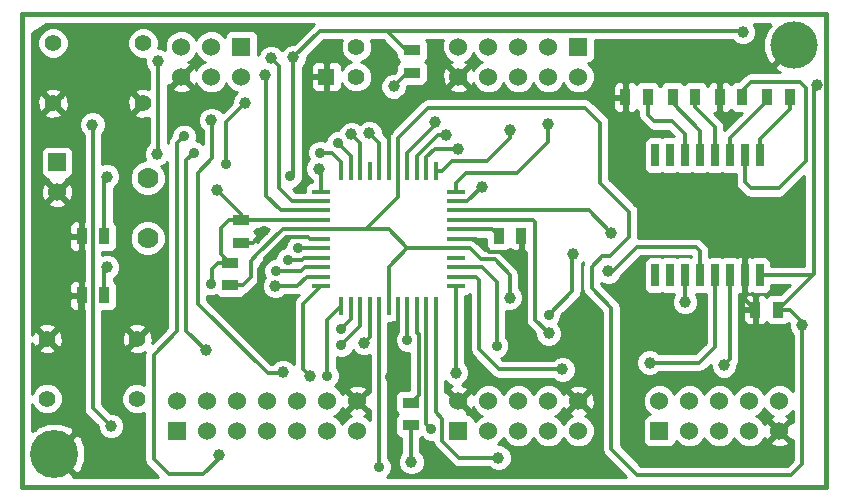
<source format=gtl>
G04 (created by PCBNEW-RS274X (2010-03-14)-final) date Sun 28 Apr 2013 07:55:46 PM ART*
G01*
G70*
G90*
%MOIN*%
G04 Gerber Fmt 3.4, Leading zero omitted, Abs format*
%FSLAX34Y34*%
G04 APERTURE LIST*
%ADD10C,0.006000*%
%ADD11C,0.015000*%
%ADD12R,0.060000X0.060000*%
%ADD13C,0.060000*%
%ADD14R,0.016000X0.060000*%
%ADD15R,0.060000X0.016000*%
%ADD16R,0.055000X0.055000*%
%ADD17C,0.055000*%
%ADD18R,0.025000X0.075000*%
%ADD19R,0.035000X0.055000*%
%ADD20R,0.055000X0.035000*%
%ADD21C,0.070000*%
%ADD22C,0.157500*%
%ADD23C,0.160000*%
%ADD24C,0.035000*%
%ADD25C,0.039400*%
%ADD26C,0.012500*%
%ADD27C,0.010000*%
G04 APERTURE END LIST*
G54D10*
G54D11*
X45708Y-28544D02*
X45708Y-44292D01*
X72479Y-28544D02*
X45708Y-28544D01*
X72479Y-28938D02*
X72479Y-28544D01*
X72479Y-44292D02*
X72479Y-28938D01*
X45708Y-44292D02*
X72479Y-44292D01*
G54D12*
X50869Y-42430D03*
G54D13*
X50869Y-41430D03*
X51869Y-42430D03*
X51869Y-41430D03*
X52869Y-42430D03*
X52869Y-41430D03*
X53869Y-42430D03*
X53869Y-41430D03*
X54869Y-42430D03*
X54869Y-41430D03*
X55869Y-42430D03*
X55869Y-41430D03*
X56869Y-42430D03*
X56869Y-41430D03*
G54D14*
X57912Y-33774D03*
X57597Y-33774D03*
X57282Y-33774D03*
X56967Y-33774D03*
X56652Y-33774D03*
X56337Y-33774D03*
X58227Y-33774D03*
X58542Y-33774D03*
X58857Y-33774D03*
X59172Y-33774D03*
X59487Y-33774D03*
X57912Y-38274D03*
X57597Y-38274D03*
X57282Y-38274D03*
X56967Y-38274D03*
X56652Y-38274D03*
X56337Y-38274D03*
X58227Y-38274D03*
X58542Y-38274D03*
X58857Y-38274D03*
X59172Y-38274D03*
X59487Y-38274D03*
G54D15*
X55662Y-36024D03*
X60162Y-36024D03*
X55662Y-36339D03*
X60162Y-36339D03*
X60162Y-36654D03*
X55662Y-36654D03*
X55662Y-36969D03*
X60162Y-36969D03*
X60162Y-37284D03*
X55662Y-37284D03*
X55662Y-37599D03*
X60162Y-37599D03*
X60162Y-35709D03*
X55662Y-35709D03*
X55662Y-35394D03*
X60162Y-35394D03*
X60162Y-35079D03*
X55662Y-35079D03*
X55662Y-34764D03*
X60162Y-34764D03*
X60162Y-34449D03*
X55662Y-34449D03*
G54D16*
X55837Y-30619D03*
G54D17*
X56837Y-30619D03*
X56837Y-29619D03*
X46727Y-31503D03*
X46727Y-29503D03*
X49727Y-31503D03*
X49727Y-29503D03*
X49530Y-39355D03*
X49530Y-41355D03*
X46530Y-39355D03*
X46530Y-41355D03*
G54D18*
X70292Y-33237D03*
X69792Y-33237D03*
X69292Y-33237D03*
X68792Y-33237D03*
X68292Y-33237D03*
X67792Y-33237D03*
X67292Y-33237D03*
X66792Y-33237D03*
X66792Y-37237D03*
X67292Y-37237D03*
X67792Y-37237D03*
X68292Y-37237D03*
X68792Y-37237D03*
X69292Y-37237D03*
X69792Y-37237D03*
X70292Y-37237D03*
G54D19*
X61592Y-35926D03*
X62342Y-35926D03*
G54D20*
X52637Y-36821D03*
X52637Y-37571D03*
X58700Y-29744D03*
X58700Y-30494D03*
X58650Y-41486D03*
X58650Y-42236D03*
G54D19*
X66555Y-31300D03*
X65805Y-31300D03*
X70886Y-38387D03*
X70136Y-38387D03*
X69705Y-31300D03*
X68955Y-31300D03*
X68130Y-31300D03*
X67380Y-31300D03*
X71279Y-31300D03*
X70529Y-31300D03*
G54D20*
X53001Y-35403D03*
X53001Y-36153D03*
G54D19*
X48435Y-37914D03*
X47685Y-37914D03*
X48435Y-35936D03*
X47685Y-35936D03*
G54D12*
X66936Y-42430D03*
G54D13*
X66936Y-41430D03*
X67936Y-42430D03*
X67936Y-41430D03*
X68936Y-42430D03*
X68936Y-41430D03*
X69936Y-42430D03*
X69936Y-41430D03*
X70936Y-42430D03*
X70936Y-41430D03*
G54D12*
X60243Y-42430D03*
G54D13*
X60243Y-41430D03*
X61243Y-42430D03*
X61243Y-41430D03*
X62243Y-42430D03*
X62243Y-41430D03*
X63243Y-42430D03*
X63243Y-41430D03*
X64243Y-42430D03*
X64243Y-41430D03*
G54D12*
X64243Y-29619D03*
G54D13*
X64243Y-30619D03*
X63243Y-29619D03*
X63243Y-30619D03*
X62243Y-29619D03*
X62243Y-30619D03*
X61243Y-29619D03*
X61243Y-30619D03*
X60243Y-29619D03*
X60243Y-30619D03*
G54D12*
X53007Y-29619D03*
G54D13*
X53007Y-30619D03*
X52007Y-29619D03*
X52007Y-30619D03*
X51007Y-29619D03*
X51007Y-30619D03*
G54D12*
X46859Y-33467D03*
G54D13*
X46859Y-34467D03*
G54D21*
X49881Y-36001D03*
X49881Y-34001D03*
G54D22*
X71416Y-29568D03*
G54D23*
X46771Y-43190D03*
G54D24*
X54626Y-33937D03*
G54D25*
X69723Y-29135D03*
X54743Y-29981D03*
X61948Y-37983D03*
X71693Y-38898D03*
X72204Y-30906D03*
X58089Y-30946D03*
X69094Y-40236D03*
X66614Y-40157D03*
X48661Y-42264D03*
X56673Y-32539D03*
X48040Y-32225D03*
X53996Y-30000D03*
G54D24*
X52489Y-33534D03*
G54D25*
X55580Y-33682D03*
X53130Y-31496D03*
G54D24*
X51091Y-32609D03*
G54D25*
X52244Y-43228D03*
G54D24*
X56220Y-32835D03*
X57607Y-43623D03*
G54D25*
X52008Y-32067D03*
X54390Y-40472D03*
X57264Y-32500D03*
X55295Y-40610D03*
G54D24*
X56328Y-39578D03*
G54D25*
X65335Y-35827D03*
G54D24*
X55630Y-33150D03*
X51417Y-33150D03*
G54D25*
X51831Y-39744D03*
X57087Y-39488D03*
G54D24*
X61516Y-39606D03*
X55866Y-40591D03*
X56318Y-39046D03*
G54D25*
X63248Y-39173D03*
G54D24*
X51987Y-37521D03*
G54D25*
X50196Y-33190D03*
X50235Y-30109D03*
X52184Y-34391D03*
G54D24*
X54152Y-37097D03*
G54D25*
X65235Y-37107D03*
X53799Y-30571D03*
X61022Y-34282D03*
X63228Y-32185D03*
X61949Y-32382D03*
X60236Y-33031D03*
X59823Y-32559D03*
X59469Y-32146D03*
G54D24*
X63248Y-38563D03*
G54D25*
X64055Y-36535D03*
G54D24*
X58542Y-39390D03*
X59339Y-42373D03*
G54D25*
X63701Y-40374D03*
X60157Y-40492D03*
X61575Y-43327D03*
X67794Y-38131D03*
X54143Y-37599D03*
X69862Y-40374D03*
X62253Y-36704D03*
G54D24*
X57972Y-40630D03*
G54D25*
X53601Y-37776D03*
G54D24*
X53759Y-35778D03*
G54D25*
X57912Y-32383D03*
X46969Y-35669D03*
X58670Y-43465D03*
X48524Y-36969D03*
G54D24*
X54546Y-36723D03*
G54D25*
X48524Y-33957D03*
G54D24*
X54881Y-36339D03*
G54D26*
X54380Y-35709D02*
X54517Y-35709D01*
X55662Y-35709D02*
X57066Y-35709D01*
X53542Y-36547D02*
X53316Y-36773D01*
X72083Y-31261D02*
X72083Y-37190D01*
X55662Y-35709D02*
X54517Y-35709D01*
X72083Y-31259D02*
X72085Y-31261D01*
X58542Y-36339D02*
X60162Y-36339D01*
X57824Y-29086D02*
X55638Y-29086D01*
X61445Y-36713D02*
X60992Y-36713D01*
X58227Y-33774D02*
X58227Y-32659D01*
X54626Y-33937D02*
X54743Y-33820D01*
X60992Y-36713D02*
X60618Y-36339D01*
X72083Y-31027D02*
X72083Y-31259D01*
X57912Y-36969D02*
X58542Y-36339D01*
X61948Y-37343D02*
X61948Y-37216D01*
X61948Y-37983D02*
X61948Y-37343D01*
X61948Y-37216D02*
X61445Y-36713D01*
X57844Y-29086D02*
X57824Y-29086D01*
X72083Y-37190D02*
X70886Y-38387D01*
X53048Y-37571D02*
X52637Y-37571D01*
X57066Y-35709D02*
X57912Y-35709D01*
X58227Y-34647D02*
X58227Y-33774D01*
X64961Y-32166D02*
X64961Y-34153D01*
X57912Y-35709D02*
X58542Y-36339D01*
X69723Y-29135D02*
X69674Y-29086D01*
X70292Y-37237D02*
X72036Y-37237D01*
X58700Y-29744D02*
X58502Y-29744D01*
X58227Y-32659D02*
X59232Y-31654D01*
X59232Y-31654D02*
X64449Y-31654D01*
X64449Y-31654D02*
X64961Y-32166D01*
X55638Y-29086D02*
X54743Y-29981D01*
X64961Y-34153D02*
X65925Y-35117D01*
X65925Y-35117D02*
X65925Y-35965D01*
X65925Y-35965D02*
X65296Y-36594D01*
X65296Y-36594D02*
X65040Y-36594D01*
X65040Y-36594D02*
X64685Y-36949D01*
X64685Y-36949D02*
X64685Y-37677D01*
X64685Y-37677D02*
X65335Y-38327D01*
X65335Y-38327D02*
X65335Y-43031D01*
X65335Y-43031D02*
X66202Y-43898D01*
X66202Y-43898D02*
X71319Y-43898D01*
X71319Y-43898D02*
X71693Y-43524D01*
X71693Y-43524D02*
X71693Y-38898D01*
X54743Y-33820D02*
X54743Y-29981D01*
X57066Y-35709D02*
X57165Y-35709D01*
X69674Y-29086D02*
X69045Y-29086D01*
X53542Y-36547D02*
X54380Y-35709D01*
X71281Y-38387D02*
X71693Y-38799D01*
X71693Y-38799D02*
X71693Y-38898D01*
X70886Y-38387D02*
X71281Y-38387D01*
X57912Y-38274D02*
X57912Y-36969D01*
X67991Y-29086D02*
X69045Y-29086D01*
X53316Y-36773D02*
X53316Y-37303D01*
X57824Y-29086D02*
X67991Y-29086D01*
X58502Y-29744D02*
X57844Y-29086D01*
X72204Y-30906D02*
X72083Y-31027D01*
X72036Y-37237D02*
X72083Y-37190D01*
X53316Y-37303D02*
X53048Y-37571D01*
X57165Y-35709D02*
X58227Y-34647D01*
X72085Y-31261D02*
X72083Y-31261D01*
X60618Y-36339D02*
X60162Y-36339D01*
X58089Y-30946D02*
X58541Y-30494D01*
X58541Y-30494D02*
X58700Y-30494D01*
X69292Y-40038D02*
X69094Y-40236D01*
X69292Y-39331D02*
X69292Y-40038D01*
X69292Y-37237D02*
X69292Y-39331D01*
X68792Y-37237D02*
X68792Y-39331D01*
X68268Y-40157D02*
X66614Y-40157D01*
X68792Y-39633D02*
X68268Y-40157D01*
X68792Y-39331D02*
X68792Y-39633D01*
X58857Y-38274D02*
X58857Y-39154D01*
X58916Y-41220D02*
X58650Y-41486D01*
X58916Y-39213D02*
X58916Y-39381D01*
X58857Y-39154D02*
X58916Y-39213D01*
X58916Y-39381D02*
X58916Y-41220D01*
X48060Y-32245D02*
X48060Y-38682D01*
X48040Y-32225D02*
X48060Y-32245D01*
X48060Y-39449D02*
X48060Y-41663D01*
X56967Y-32833D02*
X56673Y-32539D01*
X56967Y-33774D02*
X56967Y-32833D01*
X48060Y-38682D02*
X48060Y-39449D01*
X48060Y-41663D02*
X48661Y-42264D01*
X54252Y-34330D02*
X54252Y-31004D01*
X54252Y-30256D02*
X53996Y-30000D01*
X54686Y-34764D02*
X54252Y-34330D01*
X55662Y-34764D02*
X54686Y-34764D01*
X54252Y-31004D02*
X54252Y-30256D01*
X55662Y-34449D02*
X55662Y-33764D01*
X55662Y-33764D02*
X55580Y-33682D01*
X52499Y-32127D02*
X53130Y-31496D01*
X52499Y-32539D02*
X52499Y-32127D01*
X52489Y-33534D02*
X52499Y-33524D01*
X52499Y-33524D02*
X52499Y-32539D01*
X50079Y-43367D02*
X50590Y-43878D01*
X50855Y-39106D02*
X50079Y-39882D01*
X50855Y-38130D02*
X50855Y-39106D01*
X50590Y-43878D02*
X51732Y-43878D01*
X51732Y-43878D02*
X52244Y-43366D01*
X56652Y-33774D02*
X56652Y-33267D01*
X56652Y-33267D02*
X56220Y-32835D01*
X50855Y-32845D02*
X51091Y-32609D01*
X50855Y-38130D02*
X50855Y-32845D01*
X50079Y-39882D02*
X50079Y-43367D01*
X52244Y-43366D02*
X52244Y-43228D01*
X57597Y-38274D02*
X57597Y-43613D01*
X57597Y-43613D02*
X57607Y-43623D01*
X53878Y-40512D02*
X51554Y-38188D01*
X52008Y-32067D02*
X52036Y-32095D01*
X57597Y-33774D02*
X57597Y-32833D01*
X51554Y-33819D02*
X52036Y-33337D01*
X57597Y-32833D02*
X57264Y-32500D01*
X54350Y-40512D02*
X53878Y-40512D01*
X52036Y-32095D02*
X52036Y-33337D01*
X51554Y-38188D02*
X51554Y-33819D01*
X54390Y-40472D02*
X54350Y-40512D01*
X55295Y-40610D02*
X55059Y-40374D01*
X55059Y-40374D02*
X55059Y-38202D01*
X55059Y-38202D02*
X55662Y-37599D01*
X56967Y-38274D02*
X56967Y-38939D01*
X56967Y-38939D02*
X56328Y-39578D01*
X64587Y-35079D02*
X65335Y-35827D01*
X60787Y-35079D02*
X64587Y-35079D01*
X60787Y-35079D02*
X60162Y-35079D01*
X60954Y-35079D02*
X60787Y-35079D01*
X56024Y-33150D02*
X56337Y-33463D01*
X51417Y-33150D02*
X51170Y-33397D01*
X51170Y-38495D02*
X51170Y-33436D01*
X56337Y-33463D02*
X56337Y-33774D01*
X51170Y-33397D02*
X51170Y-33436D01*
X51170Y-39083D02*
X51170Y-38495D01*
X55630Y-33150D02*
X56024Y-33150D01*
X51831Y-39744D02*
X51170Y-39083D01*
X57282Y-38274D02*
X57282Y-39293D01*
X57282Y-39293D02*
X57087Y-39488D01*
X61515Y-38209D02*
X61515Y-39605D01*
X61515Y-38780D02*
X61515Y-38209D01*
X61515Y-37461D02*
X61515Y-37934D01*
X60162Y-36969D02*
X61023Y-36969D01*
X61023Y-36969D02*
X61515Y-37461D01*
X61515Y-38209D02*
X61515Y-37934D01*
X61515Y-39605D02*
X61516Y-39606D01*
X55866Y-40591D02*
X55869Y-40588D01*
X55869Y-40588D02*
X55869Y-38742D01*
X55869Y-38742D02*
X56337Y-38274D01*
X55869Y-38742D02*
X56337Y-38274D01*
X56652Y-38712D02*
X56318Y-39046D01*
X56652Y-38274D02*
X56652Y-38712D01*
X62794Y-38719D02*
X63248Y-39173D01*
X60162Y-35394D02*
X62715Y-35394D01*
X62794Y-38031D02*
X62794Y-38719D01*
X62794Y-38031D02*
X62794Y-35473D01*
X62715Y-35394D02*
X62794Y-35473D01*
X53001Y-35403D02*
X53001Y-35208D01*
X52637Y-36821D02*
X52234Y-36821D01*
X52234Y-36821D02*
X52036Y-37019D01*
X52036Y-37472D02*
X52036Y-37019D01*
X51987Y-37521D02*
X52036Y-37472D01*
X55662Y-35394D02*
X54133Y-35394D01*
X52589Y-35403D02*
X53001Y-35403D01*
X53010Y-35394D02*
X53001Y-35403D01*
X52332Y-35660D02*
X52589Y-35403D01*
X52332Y-36518D02*
X52332Y-36518D01*
X53001Y-35208D02*
X52184Y-34391D01*
X52332Y-36518D02*
X52332Y-35660D01*
X50235Y-33151D02*
X50235Y-30109D01*
X52332Y-36518D02*
X52334Y-36518D01*
X54133Y-35394D02*
X53010Y-35394D01*
X50196Y-33190D02*
X50235Y-33151D01*
X52334Y-36518D02*
X52637Y-36821D01*
X66201Y-36299D02*
X68150Y-36299D01*
X65393Y-37107D02*
X66201Y-36299D01*
X55662Y-36969D02*
X55127Y-36969D01*
X54999Y-37097D02*
X54152Y-37097D01*
X55127Y-36969D02*
X54999Y-37097D01*
X68150Y-36299D02*
X68292Y-36441D01*
X68292Y-36441D02*
X68292Y-37237D01*
X65235Y-37107D02*
X65393Y-37107D01*
X53840Y-30612D02*
X53799Y-30571D01*
X55662Y-35079D02*
X54327Y-35079D01*
X54327Y-35079D02*
X53840Y-34592D01*
X53840Y-31654D02*
X53840Y-30612D01*
X53840Y-34592D02*
X53840Y-31654D01*
X60540Y-34764D02*
X61022Y-34282D01*
X60162Y-34764D02*
X60540Y-34764D01*
X60162Y-34168D02*
X60491Y-33839D01*
X63243Y-32800D02*
X63243Y-32200D01*
X62204Y-33839D02*
X63243Y-32800D01*
X60491Y-33839D02*
X62204Y-33839D01*
X63243Y-32200D02*
X63228Y-32185D01*
X60162Y-34449D02*
X60162Y-34168D01*
X61181Y-33425D02*
X61949Y-32657D01*
X59487Y-33774D02*
X59680Y-33774D01*
X59680Y-33774D02*
X60029Y-33425D01*
X60029Y-33425D02*
X60256Y-33425D01*
X61949Y-32657D02*
X61949Y-32382D01*
X60256Y-33425D02*
X61181Y-33425D01*
X59172Y-33774D02*
X59172Y-33308D01*
X59449Y-33031D02*
X60236Y-33031D01*
X59172Y-33308D02*
X59449Y-33031D01*
X58857Y-33774D02*
X58857Y-33266D01*
X58857Y-33266D02*
X59564Y-32559D01*
X59564Y-32559D02*
X59823Y-32559D01*
X59469Y-32224D02*
X59469Y-32146D01*
X58542Y-33774D02*
X58542Y-33151D01*
X58542Y-33151D02*
X59469Y-32224D01*
X64055Y-36535D02*
X64035Y-36555D01*
X64035Y-37776D02*
X63248Y-38563D01*
X64035Y-36555D02*
X64035Y-37776D01*
X58542Y-38274D02*
X58542Y-39390D01*
X59172Y-40355D02*
X59172Y-42206D01*
X59172Y-38274D02*
X59172Y-40355D01*
X59172Y-42206D02*
X59339Y-42373D01*
X60825Y-37284D02*
X60934Y-37393D01*
X60934Y-39714D02*
X61594Y-40374D01*
X60162Y-37284D02*
X60825Y-37284D01*
X61594Y-40374D02*
X63701Y-40374D01*
X60934Y-37393D02*
X60934Y-39291D01*
X60934Y-39291D02*
X60934Y-39714D01*
X60157Y-40492D02*
X60157Y-37604D01*
X60162Y-40487D02*
X60162Y-40142D01*
X60157Y-40492D02*
X60162Y-40487D01*
X60162Y-37599D02*
X60162Y-40118D01*
X60157Y-37604D02*
X60162Y-37599D01*
X59704Y-42323D02*
X59704Y-42775D01*
X59487Y-40454D02*
X59487Y-41802D01*
X59704Y-42775D02*
X60256Y-43327D01*
X59704Y-42019D02*
X59704Y-42323D01*
X59487Y-38274D02*
X59487Y-40454D01*
X59487Y-41802D02*
X59704Y-42019D01*
X60256Y-43327D02*
X61575Y-43327D01*
X54862Y-37599D02*
X54143Y-37599D01*
X55177Y-37284D02*
X54862Y-37599D01*
X55662Y-37284D02*
X55177Y-37284D01*
X67794Y-38131D02*
X67792Y-38129D01*
X67792Y-38129D02*
X67792Y-37237D01*
X53830Y-36819D02*
X53601Y-37048D01*
X47637Y-42324D02*
X46771Y-43190D01*
X69792Y-35474D02*
X68778Y-34460D01*
X62007Y-36458D02*
X62253Y-36704D01*
X55235Y-35962D02*
X54485Y-35962D01*
X69792Y-37237D02*
X69792Y-35474D01*
X47637Y-37962D02*
X47685Y-37914D01*
X53001Y-36153D02*
X53384Y-36153D01*
X53795Y-36652D02*
X53795Y-36832D01*
X58346Y-31300D02*
X57912Y-31734D01*
X60906Y-31300D02*
X58346Y-31300D01*
X53384Y-36153D02*
X53759Y-35778D01*
X68955Y-31300D02*
X68955Y-30778D01*
X54485Y-35962D02*
X53830Y-36617D01*
X61623Y-36458D02*
X62233Y-36458D01*
X65805Y-33917D02*
X65805Y-31300D01*
X60162Y-36024D02*
X60815Y-36024D01*
X47637Y-41555D02*
X47637Y-42324D01*
X61249Y-36458D02*
X61623Y-36458D01*
X62342Y-36349D02*
X62342Y-35926D01*
X60815Y-36024D02*
X61249Y-36458D01*
X55662Y-36024D02*
X55297Y-36024D01*
X68621Y-30444D02*
X68542Y-30444D01*
X65805Y-31300D02*
X60906Y-31300D01*
X70136Y-38387D02*
X70136Y-40100D01*
X47637Y-41555D02*
X47637Y-37962D01*
X70540Y-30444D02*
X71416Y-29568D01*
X69792Y-37237D02*
X69792Y-38043D01*
X69792Y-38043D02*
X70136Y-38387D01*
X47685Y-37914D02*
X47685Y-35936D01*
X55297Y-36024D02*
X55235Y-35962D01*
X65304Y-31300D02*
X65315Y-31300D01*
X57912Y-31734D02*
X57912Y-32383D01*
X57912Y-33774D02*
X57912Y-32383D01*
X70136Y-40100D02*
X69862Y-40374D01*
X62233Y-36458D02*
X62342Y-36349D01*
X53830Y-36617D02*
X53795Y-36652D01*
X58227Y-38898D02*
X57972Y-39153D01*
X66189Y-30444D02*
X65805Y-30828D01*
X68542Y-30444D02*
X70540Y-30444D01*
X65805Y-30828D02*
X65805Y-31300D01*
X65315Y-31300D02*
X65805Y-31300D01*
X61623Y-36458D02*
X62007Y-36458D01*
X68542Y-30444D02*
X66189Y-30444D01*
X68955Y-30778D02*
X68621Y-30444D01*
X53601Y-37048D02*
X53601Y-37776D01*
X66348Y-34460D02*
X65805Y-33917D01*
X53830Y-36617D02*
X53830Y-36819D01*
X47685Y-35936D02*
X47236Y-35936D01*
X47236Y-35936D02*
X46969Y-35669D01*
X68778Y-34460D02*
X66348Y-34460D01*
X58227Y-38274D02*
X58227Y-38898D01*
X57972Y-39153D02*
X57972Y-40630D01*
X60162Y-35709D02*
X61375Y-35709D01*
X61375Y-35709D02*
X61592Y-35926D01*
X67380Y-31300D02*
X67380Y-31506D01*
X67380Y-31506D02*
X68292Y-32418D01*
X68292Y-32418D02*
X68292Y-33237D01*
X71279Y-31300D02*
X71279Y-31703D01*
X70292Y-32690D02*
X70292Y-33237D01*
X71279Y-31703D02*
X70292Y-32690D01*
X70529Y-31300D02*
X70529Y-31419D01*
X69292Y-32656D02*
X69292Y-33237D01*
X70529Y-31419D02*
X69292Y-32656D01*
X68130Y-31300D02*
X68130Y-31645D01*
X68792Y-32307D02*
X68792Y-33237D01*
X68130Y-31645D02*
X68792Y-32307D01*
X58670Y-43465D02*
X58650Y-43445D01*
X58650Y-43445D02*
X58650Y-42236D01*
X48435Y-37058D02*
X48435Y-37914D01*
X55038Y-36723D02*
X54546Y-36723D01*
X55662Y-36654D02*
X55107Y-36654D01*
X55107Y-36654D02*
X55038Y-36723D01*
X48524Y-36969D02*
X48435Y-37058D01*
X48435Y-34046D02*
X48435Y-35936D01*
X48524Y-33957D02*
X48435Y-34046D01*
X55662Y-36339D02*
X54881Y-36339D01*
X66555Y-31892D02*
X66555Y-31300D01*
X67361Y-32107D02*
X66770Y-32107D01*
X67792Y-32538D02*
X67361Y-32107D01*
X67792Y-33237D02*
X67792Y-32538D01*
X66770Y-32107D02*
X66555Y-31892D01*
X69705Y-31082D02*
X69705Y-31300D01*
X69999Y-30788D02*
X69705Y-31082D01*
X71612Y-30788D02*
X69999Y-30788D01*
X71830Y-31006D02*
X71612Y-30788D01*
X71830Y-31300D02*
X71830Y-31006D01*
X71830Y-31300D02*
X71830Y-33426D01*
X69792Y-34144D02*
X69792Y-33237D01*
X69989Y-34341D02*
X69792Y-34144D01*
X70915Y-34341D02*
X69989Y-34341D01*
X71830Y-33426D02*
X70915Y-34341D01*
G54D10*
G36*
X52848Y-31147D02*
X52752Y-31243D01*
X52684Y-31407D01*
X52684Y-31500D01*
X52377Y-31806D01*
X52261Y-31689D01*
X52097Y-31621D01*
X51920Y-31621D01*
X51756Y-31689D01*
X51630Y-31814D01*
X51562Y-31978D01*
X51562Y-32155D01*
X51630Y-32319D01*
X51724Y-32413D01*
X51724Y-32856D01*
X51658Y-32790D01*
X51502Y-32725D01*
X51516Y-32694D01*
X51516Y-32525D01*
X51452Y-32369D01*
X51332Y-32249D01*
X51315Y-32241D01*
X51315Y-30997D01*
X51007Y-30690D01*
X50699Y-30997D01*
X50726Y-31091D01*
X50928Y-31162D01*
X51141Y-31151D01*
X51288Y-31091D01*
X51315Y-30997D01*
X51315Y-32241D01*
X51176Y-32184D01*
X51007Y-32184D01*
X50851Y-32248D01*
X50731Y-32368D01*
X50666Y-32524D01*
X50666Y-32592D01*
X50634Y-32624D01*
X50567Y-32725D01*
X50547Y-32821D01*
X50547Y-30903D01*
X50629Y-30927D01*
X50901Y-30654D01*
X50936Y-30619D01*
X51007Y-30548D01*
X51042Y-30513D01*
X51315Y-30241D01*
X51288Y-30147D01*
X51222Y-30123D01*
X51318Y-30084D01*
X51472Y-29930D01*
X51507Y-29845D01*
X51542Y-29930D01*
X51696Y-30084D01*
X51780Y-30119D01*
X51696Y-30154D01*
X51542Y-30308D01*
X51504Y-30399D01*
X51479Y-30338D01*
X51385Y-30311D01*
X51078Y-30619D01*
X51385Y-30927D01*
X51479Y-30900D01*
X51502Y-30834D01*
X51542Y-30930D01*
X51696Y-31084D01*
X51898Y-31168D01*
X52116Y-31168D01*
X52318Y-31084D01*
X52472Y-30930D01*
X52507Y-30845D01*
X52542Y-30930D01*
X52696Y-31084D01*
X52848Y-31147D01*
X52848Y-31147D01*
G37*
G54D27*
X52848Y-31147D02*
X52752Y-31243D01*
X52684Y-31407D01*
X52684Y-31500D01*
X52377Y-31806D01*
X52261Y-31689D01*
X52097Y-31621D01*
X51920Y-31621D01*
X51756Y-31689D01*
X51630Y-31814D01*
X51562Y-31978D01*
X51562Y-32155D01*
X51630Y-32319D01*
X51724Y-32413D01*
X51724Y-32856D01*
X51658Y-32790D01*
X51502Y-32725D01*
X51516Y-32694D01*
X51516Y-32525D01*
X51452Y-32369D01*
X51332Y-32249D01*
X51315Y-32241D01*
X51315Y-30997D01*
X51007Y-30690D01*
X50699Y-30997D01*
X50726Y-31091D01*
X50928Y-31162D01*
X51141Y-31151D01*
X51288Y-31091D01*
X51315Y-30997D01*
X51315Y-32241D01*
X51176Y-32184D01*
X51007Y-32184D01*
X50851Y-32248D01*
X50731Y-32368D01*
X50666Y-32524D01*
X50666Y-32592D01*
X50634Y-32624D01*
X50567Y-32725D01*
X50547Y-32821D01*
X50547Y-30903D01*
X50629Y-30927D01*
X50901Y-30654D01*
X50936Y-30619D01*
X51007Y-30548D01*
X51042Y-30513D01*
X51315Y-30241D01*
X51288Y-30147D01*
X51222Y-30123D01*
X51318Y-30084D01*
X51472Y-29930D01*
X51507Y-29845D01*
X51542Y-29930D01*
X51696Y-30084D01*
X51780Y-30119D01*
X51696Y-30154D01*
X51542Y-30308D01*
X51504Y-30399D01*
X51479Y-30338D01*
X51385Y-30311D01*
X51078Y-30619D01*
X51385Y-30927D01*
X51479Y-30900D01*
X51502Y-30834D01*
X51542Y-30930D01*
X51696Y-31084D01*
X51898Y-31168D01*
X52116Y-31168D01*
X52318Y-31084D01*
X52472Y-30930D01*
X52507Y-30845D01*
X52542Y-30930D01*
X52696Y-31084D01*
X52848Y-31147D01*
G54D10*
G36*
X53051Y-36203D02*
X52951Y-36203D01*
X52951Y-36103D01*
X53051Y-36103D01*
X53051Y-36203D01*
X53051Y-36203D01*
G37*
G54D27*
X53051Y-36203D02*
X52951Y-36203D01*
X52951Y-36103D01*
X53051Y-36103D01*
X53051Y-36203D01*
G54D10*
G36*
X53941Y-35706D02*
X53526Y-36121D01*
X53526Y-36053D01*
X53514Y-36053D01*
X53526Y-36041D01*
X53525Y-35929D01*
X53487Y-35837D01*
X53428Y-35778D01*
X53487Y-35719D01*
X53492Y-35706D01*
X53941Y-35706D01*
X53941Y-35706D01*
G37*
G54D27*
X53941Y-35706D02*
X53526Y-36121D01*
X53526Y-36053D01*
X53514Y-36053D01*
X53526Y-36041D01*
X53525Y-35929D01*
X53487Y-35837D01*
X53428Y-35778D01*
X53487Y-35719D01*
X53492Y-35706D01*
X53941Y-35706D01*
G54D10*
G36*
X54919Y-37900D02*
X54838Y-37981D01*
X54771Y-38082D01*
X54746Y-38202D01*
X54747Y-38206D01*
X54747Y-40198D01*
X54643Y-40094D01*
X54479Y-40026D01*
X54302Y-40026D01*
X54138Y-40094D01*
X54031Y-40200D01*
X54007Y-40200D01*
X51866Y-38058D01*
X51866Y-37931D01*
X51902Y-37946D01*
X52071Y-37946D01*
X52169Y-37905D01*
X52221Y-37957D01*
X52312Y-37995D01*
X52411Y-37995D01*
X52961Y-37995D01*
X53053Y-37957D01*
X53123Y-37887D01*
X53131Y-37866D01*
X53167Y-37859D01*
X53168Y-37859D01*
X53269Y-37792D01*
X53537Y-37524D01*
X53604Y-37423D01*
X53604Y-37422D01*
X53628Y-37303D01*
X53629Y-37303D01*
X53628Y-37298D01*
X53628Y-36902D01*
X53760Y-36769D01*
X53762Y-36768D01*
X53763Y-36768D01*
X54510Y-36021D01*
X54517Y-36021D01*
X54598Y-36021D01*
X54521Y-36098D01*
X54456Y-36254D01*
X54456Y-36300D01*
X54306Y-36362D01*
X54186Y-36482D01*
X54121Y-36638D01*
X54121Y-36672D01*
X54068Y-36672D01*
X53912Y-36736D01*
X53792Y-36856D01*
X53727Y-37012D01*
X53727Y-37181D01*
X53786Y-37325D01*
X53765Y-37346D01*
X53697Y-37510D01*
X53697Y-37687D01*
X53765Y-37851D01*
X53890Y-37977D01*
X54054Y-38045D01*
X54231Y-38045D01*
X54395Y-37977D01*
X54461Y-37911D01*
X54857Y-37911D01*
X54862Y-37912D01*
X54862Y-37911D01*
X54919Y-37900D01*
X54919Y-37900D01*
G37*
G54D27*
X54919Y-37900D02*
X54838Y-37981D01*
X54771Y-38082D01*
X54746Y-38202D01*
X54747Y-38206D01*
X54747Y-40198D01*
X54643Y-40094D01*
X54479Y-40026D01*
X54302Y-40026D01*
X54138Y-40094D01*
X54031Y-40200D01*
X54007Y-40200D01*
X51866Y-38058D01*
X51866Y-37931D01*
X51902Y-37946D01*
X52071Y-37946D01*
X52169Y-37905D01*
X52221Y-37957D01*
X52312Y-37995D01*
X52411Y-37995D01*
X52961Y-37995D01*
X53053Y-37957D01*
X53123Y-37887D01*
X53131Y-37866D01*
X53167Y-37859D01*
X53168Y-37859D01*
X53269Y-37792D01*
X53537Y-37524D01*
X53604Y-37423D01*
X53604Y-37422D01*
X53628Y-37303D01*
X53629Y-37303D01*
X53628Y-37298D01*
X53628Y-36902D01*
X53760Y-36769D01*
X53762Y-36768D01*
X53763Y-36768D01*
X54510Y-36021D01*
X54517Y-36021D01*
X54598Y-36021D01*
X54521Y-36098D01*
X54456Y-36254D01*
X54456Y-36300D01*
X54306Y-36362D01*
X54186Y-36482D01*
X54121Y-36638D01*
X54121Y-36672D01*
X54068Y-36672D01*
X53912Y-36736D01*
X53792Y-36856D01*
X53727Y-37012D01*
X53727Y-37181D01*
X53786Y-37325D01*
X53765Y-37346D01*
X53697Y-37510D01*
X53697Y-37687D01*
X53765Y-37851D01*
X53890Y-37977D01*
X54054Y-38045D01*
X54231Y-38045D01*
X54395Y-37977D01*
X54461Y-37911D01*
X54857Y-37911D01*
X54862Y-37912D01*
X54862Y-37911D01*
X54919Y-37900D01*
G54D10*
G36*
X55413Y-28869D02*
X54747Y-29535D01*
X54655Y-29535D01*
X54491Y-29603D01*
X54365Y-29728D01*
X54361Y-29735D01*
X54249Y-29622D01*
X54085Y-29554D01*
X53908Y-29554D01*
X53744Y-29622D01*
X53618Y-29747D01*
X53556Y-29896D01*
X53556Y-29870D01*
X53556Y-29270D01*
X53518Y-29178D01*
X53448Y-29108D01*
X53357Y-29070D01*
X53258Y-29070D01*
X52658Y-29070D01*
X52566Y-29108D01*
X52496Y-29178D01*
X52458Y-29269D01*
X52458Y-29294D01*
X52318Y-29154D01*
X52116Y-29070D01*
X51898Y-29070D01*
X51696Y-29154D01*
X51542Y-29308D01*
X51507Y-29392D01*
X51472Y-29308D01*
X51318Y-29154D01*
X51116Y-29070D01*
X50898Y-29070D01*
X50696Y-29154D01*
X50542Y-29308D01*
X50458Y-29510D01*
X50458Y-29718D01*
X50324Y-29663D01*
X50229Y-29663D01*
X50252Y-29608D01*
X50252Y-29399D01*
X50172Y-29206D01*
X50025Y-29058D01*
X49832Y-28978D01*
X49623Y-28978D01*
X49430Y-29058D01*
X49282Y-29205D01*
X49202Y-29398D01*
X49202Y-29607D01*
X49282Y-29800D01*
X49429Y-29948D01*
X49622Y-30028D01*
X49789Y-30028D01*
X49789Y-30197D01*
X49857Y-30361D01*
X49923Y-30427D01*
X49923Y-31026D01*
X49801Y-30984D01*
X49597Y-30995D01*
X49460Y-31051D01*
X49437Y-31142D01*
X49692Y-31397D01*
X49727Y-31432D01*
X49798Y-31503D01*
X49727Y-31574D01*
X49692Y-31609D01*
X49656Y-31645D01*
X49656Y-31503D01*
X49366Y-31213D01*
X49275Y-31236D01*
X49208Y-31429D01*
X49219Y-31633D01*
X49275Y-31770D01*
X49366Y-31793D01*
X49656Y-31503D01*
X49656Y-31645D01*
X49437Y-31864D01*
X49460Y-31955D01*
X49653Y-32022D01*
X49857Y-32011D01*
X49923Y-31984D01*
X49923Y-32832D01*
X49818Y-32937D01*
X49750Y-33101D01*
X49750Y-33278D01*
X49801Y-33402D01*
X49762Y-33402D01*
X49542Y-33493D01*
X49373Y-33662D01*
X49282Y-33882D01*
X49282Y-34120D01*
X49373Y-34340D01*
X49542Y-34509D01*
X49762Y-34600D01*
X50000Y-34600D01*
X50220Y-34509D01*
X50389Y-34340D01*
X50480Y-34120D01*
X50480Y-33882D01*
X50389Y-33662D01*
X50339Y-33612D01*
X50448Y-33568D01*
X50543Y-33473D01*
X50543Y-38130D01*
X50543Y-38976D01*
X50480Y-39039D01*
X50480Y-36120D01*
X50480Y-35882D01*
X50389Y-35662D01*
X50220Y-35493D01*
X50000Y-35402D01*
X49762Y-35402D01*
X49542Y-35493D01*
X49373Y-35662D01*
X49282Y-35882D01*
X49282Y-36120D01*
X49373Y-36340D01*
X49542Y-36509D01*
X49762Y-36600D01*
X50000Y-36600D01*
X50220Y-36509D01*
X50389Y-36340D01*
X50480Y-36120D01*
X50480Y-39039D01*
X50027Y-39492D01*
X50049Y-39429D01*
X50038Y-39225D01*
X49982Y-39088D01*
X49891Y-39065D01*
X49820Y-39136D01*
X49820Y-38994D01*
X49797Y-38903D01*
X49604Y-38836D01*
X49400Y-38847D01*
X49263Y-38903D01*
X49240Y-38994D01*
X49530Y-39284D01*
X49820Y-38994D01*
X49820Y-39136D01*
X49636Y-39320D01*
X49601Y-39355D01*
X49530Y-39426D01*
X49495Y-39461D01*
X49459Y-39497D01*
X49459Y-39355D01*
X49169Y-39065D01*
X49078Y-39088D01*
X49011Y-39281D01*
X49022Y-39485D01*
X49078Y-39622D01*
X49169Y-39645D01*
X49459Y-39355D01*
X49459Y-39497D01*
X49240Y-39716D01*
X49263Y-39807D01*
X49456Y-39874D01*
X49660Y-39863D01*
X49780Y-39813D01*
X49766Y-39882D01*
X49767Y-39886D01*
X49767Y-40884D01*
X49635Y-40830D01*
X49426Y-40830D01*
X49233Y-40910D01*
X49085Y-41057D01*
X49005Y-41250D01*
X49005Y-41459D01*
X49085Y-41652D01*
X49232Y-41800D01*
X49425Y-41880D01*
X49634Y-41880D01*
X49767Y-41824D01*
X49767Y-43362D01*
X49766Y-43367D01*
X49791Y-43487D01*
X49858Y-43588D01*
X50237Y-43967D01*
X49107Y-43967D01*
X49107Y-42353D01*
X49107Y-42176D01*
X49039Y-42012D01*
X48914Y-41886D01*
X48750Y-41818D01*
X48656Y-41818D01*
X48372Y-41533D01*
X48372Y-39449D01*
X48372Y-38682D01*
X48372Y-38438D01*
X48659Y-38438D01*
X48751Y-38400D01*
X48821Y-38330D01*
X48859Y-38239D01*
X48859Y-38140D01*
X48859Y-37590D01*
X48821Y-37498D01*
X48751Y-37428D01*
X48747Y-37426D01*
X48747Y-37359D01*
X48776Y-37347D01*
X48902Y-37222D01*
X48970Y-37058D01*
X48970Y-36881D01*
X48902Y-36717D01*
X48777Y-36591D01*
X48613Y-36523D01*
X48436Y-36523D01*
X48372Y-36549D01*
X48372Y-36460D01*
X48659Y-36460D01*
X48751Y-36422D01*
X48821Y-36352D01*
X48859Y-36261D01*
X48859Y-36162D01*
X48859Y-35612D01*
X48821Y-35520D01*
X48751Y-35450D01*
X48747Y-35448D01*
X48747Y-34347D01*
X48776Y-34335D01*
X48902Y-34210D01*
X48970Y-34046D01*
X48970Y-33869D01*
X48902Y-33705D01*
X48777Y-33579D01*
X48613Y-33511D01*
X48436Y-33511D01*
X48372Y-33537D01*
X48372Y-32523D01*
X48418Y-32478D01*
X48486Y-32314D01*
X48486Y-32137D01*
X48418Y-31973D01*
X48293Y-31847D01*
X48129Y-31779D01*
X47952Y-31779D01*
X47788Y-31847D01*
X47662Y-31972D01*
X47594Y-32136D01*
X47594Y-32313D01*
X47662Y-32477D01*
X47748Y-32563D01*
X47748Y-35460D01*
X47735Y-35473D01*
X47735Y-35836D01*
X47735Y-35886D01*
X47735Y-35986D01*
X47735Y-36036D01*
X47735Y-36399D01*
X47748Y-36412D01*
X47748Y-37438D01*
X47735Y-37451D01*
X47735Y-37814D01*
X47735Y-37864D01*
X47735Y-37964D01*
X47735Y-38014D01*
X47735Y-38377D01*
X47748Y-38390D01*
X47748Y-38682D01*
X47748Y-39449D01*
X47748Y-41658D01*
X47747Y-41663D01*
X47772Y-41783D01*
X47839Y-41884D01*
X48215Y-42259D01*
X48215Y-42352D01*
X48283Y-42516D01*
X48408Y-42642D01*
X48572Y-42710D01*
X48749Y-42710D01*
X48913Y-42642D01*
X49039Y-42517D01*
X49107Y-42353D01*
X49107Y-43967D01*
X47801Y-43967D01*
X47801Y-43386D01*
X47798Y-42976D01*
X47648Y-42614D01*
X47635Y-42606D01*
X47635Y-38377D01*
X47635Y-37964D01*
X47635Y-37864D01*
X47635Y-37451D01*
X47635Y-36399D01*
X47635Y-35986D01*
X47635Y-35886D01*
X47635Y-35473D01*
X47573Y-35411D01*
X47461Y-35412D01*
X47408Y-35433D01*
X47408Y-33817D01*
X47408Y-33718D01*
X47408Y-33118D01*
X47370Y-33026D01*
X47300Y-32956D01*
X47252Y-32935D01*
X47252Y-29608D01*
X47252Y-29399D01*
X47172Y-29206D01*
X47025Y-29058D01*
X46832Y-28978D01*
X46623Y-28978D01*
X46430Y-29058D01*
X46282Y-29205D01*
X46202Y-29398D01*
X46202Y-29607D01*
X46282Y-29800D01*
X46429Y-29948D01*
X46622Y-30028D01*
X46831Y-30028D01*
X47024Y-29948D01*
X47172Y-29801D01*
X47252Y-29608D01*
X47252Y-32935D01*
X47246Y-32933D01*
X47246Y-31577D01*
X47235Y-31373D01*
X47179Y-31236D01*
X47088Y-31213D01*
X47017Y-31284D01*
X47017Y-31142D01*
X46994Y-31051D01*
X46801Y-30984D01*
X46597Y-30995D01*
X46460Y-31051D01*
X46437Y-31142D01*
X46727Y-31432D01*
X47017Y-31142D01*
X47017Y-31284D01*
X46798Y-31503D01*
X47088Y-31793D01*
X47179Y-31770D01*
X47246Y-31577D01*
X47246Y-32933D01*
X47209Y-32918D01*
X47110Y-32918D01*
X47017Y-32918D01*
X47017Y-31864D01*
X46727Y-31574D01*
X46656Y-31645D01*
X46656Y-31503D01*
X46366Y-31213D01*
X46275Y-31236D01*
X46208Y-31429D01*
X46219Y-31633D01*
X46275Y-31770D01*
X46366Y-31793D01*
X46656Y-31503D01*
X46656Y-31645D01*
X46437Y-31864D01*
X46460Y-31955D01*
X46653Y-32022D01*
X46857Y-32011D01*
X46994Y-31955D01*
X47017Y-31864D01*
X47017Y-32918D01*
X46510Y-32918D01*
X46418Y-32956D01*
X46348Y-33026D01*
X46310Y-33117D01*
X46310Y-33216D01*
X46310Y-33816D01*
X46348Y-33908D01*
X46418Y-33978D01*
X46509Y-34016D01*
X46571Y-34016D01*
X46551Y-34089D01*
X46859Y-34396D01*
X47167Y-34089D01*
X47146Y-34016D01*
X47208Y-34016D01*
X47300Y-33978D01*
X47370Y-33908D01*
X47408Y-33817D01*
X47408Y-35433D01*
X47402Y-35436D01*
X47402Y-34546D01*
X47391Y-34333D01*
X47331Y-34186D01*
X47237Y-34159D01*
X46930Y-34467D01*
X47237Y-34775D01*
X47331Y-34748D01*
X47402Y-34546D01*
X47402Y-35436D01*
X47369Y-35450D01*
X47299Y-35520D01*
X47261Y-35611D01*
X47261Y-35710D01*
X47260Y-35824D01*
X47322Y-35886D01*
X47635Y-35886D01*
X47635Y-35986D01*
X47322Y-35986D01*
X47260Y-36048D01*
X47261Y-36162D01*
X47261Y-36261D01*
X47299Y-36352D01*
X47369Y-36422D01*
X47461Y-36460D01*
X47573Y-36461D01*
X47635Y-36399D01*
X47635Y-37451D01*
X47573Y-37389D01*
X47461Y-37390D01*
X47369Y-37428D01*
X47299Y-37498D01*
X47261Y-37589D01*
X47261Y-37688D01*
X47260Y-37802D01*
X47322Y-37864D01*
X47635Y-37864D01*
X47635Y-37964D01*
X47322Y-37964D01*
X47260Y-38026D01*
X47261Y-38140D01*
X47261Y-38239D01*
X47299Y-38330D01*
X47369Y-38400D01*
X47461Y-38438D01*
X47573Y-38439D01*
X47635Y-38377D01*
X47635Y-42606D01*
X47504Y-42528D01*
X47433Y-42599D01*
X46842Y-43190D01*
X47504Y-43852D01*
X47648Y-43766D01*
X47801Y-43386D01*
X47801Y-43967D01*
X47406Y-43967D01*
X47433Y-43923D01*
X46806Y-43296D01*
X46771Y-43261D01*
X46700Y-43190D01*
X46771Y-43119D01*
X46806Y-43084D01*
X47433Y-42457D01*
X47347Y-42313D01*
X47167Y-42240D01*
X47167Y-34845D01*
X46859Y-34538D01*
X46788Y-34608D01*
X46788Y-34467D01*
X46481Y-34159D01*
X46387Y-34186D01*
X46316Y-34388D01*
X46327Y-34601D01*
X46387Y-34748D01*
X46481Y-34775D01*
X46788Y-34467D01*
X46788Y-34608D01*
X46551Y-34845D01*
X46578Y-34939D01*
X46780Y-35010D01*
X46993Y-34999D01*
X47140Y-34939D01*
X47167Y-34845D01*
X47167Y-42240D01*
X46967Y-42160D01*
X46557Y-42163D01*
X46195Y-42313D01*
X46135Y-42412D01*
X46086Y-42363D01*
X46033Y-42416D01*
X46033Y-41526D01*
X46085Y-41652D01*
X46232Y-41800D01*
X46425Y-41880D01*
X46634Y-41880D01*
X46827Y-41800D01*
X46975Y-41653D01*
X47055Y-41460D01*
X47055Y-41251D01*
X47049Y-41236D01*
X47049Y-39429D01*
X47038Y-39225D01*
X46982Y-39088D01*
X46891Y-39065D01*
X46820Y-39136D01*
X46820Y-38994D01*
X46797Y-38903D01*
X46604Y-38836D01*
X46400Y-38847D01*
X46263Y-38903D01*
X46240Y-38994D01*
X46530Y-39284D01*
X46820Y-38994D01*
X46820Y-39136D01*
X46601Y-39355D01*
X46891Y-39645D01*
X46982Y-39622D01*
X47049Y-39429D01*
X47049Y-41236D01*
X46975Y-41058D01*
X46828Y-40910D01*
X46820Y-40906D01*
X46820Y-39716D01*
X46530Y-39426D01*
X46240Y-39716D01*
X46263Y-39807D01*
X46456Y-39874D01*
X46660Y-39863D01*
X46797Y-39807D01*
X46820Y-39716D01*
X46820Y-40906D01*
X46635Y-40830D01*
X46426Y-40830D01*
X46233Y-40910D01*
X46085Y-41057D01*
X46033Y-41182D01*
X46033Y-39511D01*
X46078Y-39622D01*
X46169Y-39645D01*
X46459Y-39355D01*
X46169Y-39065D01*
X46078Y-39088D01*
X46033Y-39217D01*
X46033Y-29175D01*
X46492Y-28869D01*
X55413Y-28869D01*
X55413Y-28869D01*
G37*
G54D27*
X55413Y-28869D02*
X54747Y-29535D01*
X54655Y-29535D01*
X54491Y-29603D01*
X54365Y-29728D01*
X54361Y-29735D01*
X54249Y-29622D01*
X54085Y-29554D01*
X53908Y-29554D01*
X53744Y-29622D01*
X53618Y-29747D01*
X53556Y-29896D01*
X53556Y-29870D01*
X53556Y-29270D01*
X53518Y-29178D01*
X53448Y-29108D01*
X53357Y-29070D01*
X53258Y-29070D01*
X52658Y-29070D01*
X52566Y-29108D01*
X52496Y-29178D01*
X52458Y-29269D01*
X52458Y-29294D01*
X52318Y-29154D01*
X52116Y-29070D01*
X51898Y-29070D01*
X51696Y-29154D01*
X51542Y-29308D01*
X51507Y-29392D01*
X51472Y-29308D01*
X51318Y-29154D01*
X51116Y-29070D01*
X50898Y-29070D01*
X50696Y-29154D01*
X50542Y-29308D01*
X50458Y-29510D01*
X50458Y-29718D01*
X50324Y-29663D01*
X50229Y-29663D01*
X50252Y-29608D01*
X50252Y-29399D01*
X50172Y-29206D01*
X50025Y-29058D01*
X49832Y-28978D01*
X49623Y-28978D01*
X49430Y-29058D01*
X49282Y-29205D01*
X49202Y-29398D01*
X49202Y-29607D01*
X49282Y-29800D01*
X49429Y-29948D01*
X49622Y-30028D01*
X49789Y-30028D01*
X49789Y-30197D01*
X49857Y-30361D01*
X49923Y-30427D01*
X49923Y-31026D01*
X49801Y-30984D01*
X49597Y-30995D01*
X49460Y-31051D01*
X49437Y-31142D01*
X49692Y-31397D01*
X49727Y-31432D01*
X49798Y-31503D01*
X49727Y-31574D01*
X49692Y-31609D01*
X49656Y-31645D01*
X49656Y-31503D01*
X49366Y-31213D01*
X49275Y-31236D01*
X49208Y-31429D01*
X49219Y-31633D01*
X49275Y-31770D01*
X49366Y-31793D01*
X49656Y-31503D01*
X49656Y-31645D01*
X49437Y-31864D01*
X49460Y-31955D01*
X49653Y-32022D01*
X49857Y-32011D01*
X49923Y-31984D01*
X49923Y-32832D01*
X49818Y-32937D01*
X49750Y-33101D01*
X49750Y-33278D01*
X49801Y-33402D01*
X49762Y-33402D01*
X49542Y-33493D01*
X49373Y-33662D01*
X49282Y-33882D01*
X49282Y-34120D01*
X49373Y-34340D01*
X49542Y-34509D01*
X49762Y-34600D01*
X50000Y-34600D01*
X50220Y-34509D01*
X50389Y-34340D01*
X50480Y-34120D01*
X50480Y-33882D01*
X50389Y-33662D01*
X50339Y-33612D01*
X50448Y-33568D01*
X50543Y-33473D01*
X50543Y-38130D01*
X50543Y-38976D01*
X50480Y-39039D01*
X50480Y-36120D01*
X50480Y-35882D01*
X50389Y-35662D01*
X50220Y-35493D01*
X50000Y-35402D01*
X49762Y-35402D01*
X49542Y-35493D01*
X49373Y-35662D01*
X49282Y-35882D01*
X49282Y-36120D01*
X49373Y-36340D01*
X49542Y-36509D01*
X49762Y-36600D01*
X50000Y-36600D01*
X50220Y-36509D01*
X50389Y-36340D01*
X50480Y-36120D01*
X50480Y-39039D01*
X50027Y-39492D01*
X50049Y-39429D01*
X50038Y-39225D01*
X49982Y-39088D01*
X49891Y-39065D01*
X49820Y-39136D01*
X49820Y-38994D01*
X49797Y-38903D01*
X49604Y-38836D01*
X49400Y-38847D01*
X49263Y-38903D01*
X49240Y-38994D01*
X49530Y-39284D01*
X49820Y-38994D01*
X49820Y-39136D01*
X49636Y-39320D01*
X49601Y-39355D01*
X49530Y-39426D01*
X49495Y-39461D01*
X49459Y-39497D01*
X49459Y-39355D01*
X49169Y-39065D01*
X49078Y-39088D01*
X49011Y-39281D01*
X49022Y-39485D01*
X49078Y-39622D01*
X49169Y-39645D01*
X49459Y-39355D01*
X49459Y-39497D01*
X49240Y-39716D01*
X49263Y-39807D01*
X49456Y-39874D01*
X49660Y-39863D01*
X49780Y-39813D01*
X49766Y-39882D01*
X49767Y-39886D01*
X49767Y-40884D01*
X49635Y-40830D01*
X49426Y-40830D01*
X49233Y-40910D01*
X49085Y-41057D01*
X49005Y-41250D01*
X49005Y-41459D01*
X49085Y-41652D01*
X49232Y-41800D01*
X49425Y-41880D01*
X49634Y-41880D01*
X49767Y-41824D01*
X49767Y-43362D01*
X49766Y-43367D01*
X49791Y-43487D01*
X49858Y-43588D01*
X50237Y-43967D01*
X49107Y-43967D01*
X49107Y-42353D01*
X49107Y-42176D01*
X49039Y-42012D01*
X48914Y-41886D01*
X48750Y-41818D01*
X48656Y-41818D01*
X48372Y-41533D01*
X48372Y-39449D01*
X48372Y-38682D01*
X48372Y-38438D01*
X48659Y-38438D01*
X48751Y-38400D01*
X48821Y-38330D01*
X48859Y-38239D01*
X48859Y-38140D01*
X48859Y-37590D01*
X48821Y-37498D01*
X48751Y-37428D01*
X48747Y-37426D01*
X48747Y-37359D01*
X48776Y-37347D01*
X48902Y-37222D01*
X48970Y-37058D01*
X48970Y-36881D01*
X48902Y-36717D01*
X48777Y-36591D01*
X48613Y-36523D01*
X48436Y-36523D01*
X48372Y-36549D01*
X48372Y-36460D01*
X48659Y-36460D01*
X48751Y-36422D01*
X48821Y-36352D01*
X48859Y-36261D01*
X48859Y-36162D01*
X48859Y-35612D01*
X48821Y-35520D01*
X48751Y-35450D01*
X48747Y-35448D01*
X48747Y-34347D01*
X48776Y-34335D01*
X48902Y-34210D01*
X48970Y-34046D01*
X48970Y-33869D01*
X48902Y-33705D01*
X48777Y-33579D01*
X48613Y-33511D01*
X48436Y-33511D01*
X48372Y-33537D01*
X48372Y-32523D01*
X48418Y-32478D01*
X48486Y-32314D01*
X48486Y-32137D01*
X48418Y-31973D01*
X48293Y-31847D01*
X48129Y-31779D01*
X47952Y-31779D01*
X47788Y-31847D01*
X47662Y-31972D01*
X47594Y-32136D01*
X47594Y-32313D01*
X47662Y-32477D01*
X47748Y-32563D01*
X47748Y-35460D01*
X47735Y-35473D01*
X47735Y-35836D01*
X47735Y-35886D01*
X47735Y-35986D01*
X47735Y-36036D01*
X47735Y-36399D01*
X47748Y-36412D01*
X47748Y-37438D01*
X47735Y-37451D01*
X47735Y-37814D01*
X47735Y-37864D01*
X47735Y-37964D01*
X47735Y-38014D01*
X47735Y-38377D01*
X47748Y-38390D01*
X47748Y-38682D01*
X47748Y-39449D01*
X47748Y-41658D01*
X47747Y-41663D01*
X47772Y-41783D01*
X47839Y-41884D01*
X48215Y-42259D01*
X48215Y-42352D01*
X48283Y-42516D01*
X48408Y-42642D01*
X48572Y-42710D01*
X48749Y-42710D01*
X48913Y-42642D01*
X49039Y-42517D01*
X49107Y-42353D01*
X49107Y-43967D01*
X47801Y-43967D01*
X47801Y-43386D01*
X47798Y-42976D01*
X47648Y-42614D01*
X47635Y-42606D01*
X47635Y-38377D01*
X47635Y-37964D01*
X47635Y-37864D01*
X47635Y-37451D01*
X47635Y-36399D01*
X47635Y-35986D01*
X47635Y-35886D01*
X47635Y-35473D01*
X47573Y-35411D01*
X47461Y-35412D01*
X47408Y-35433D01*
X47408Y-33817D01*
X47408Y-33718D01*
X47408Y-33118D01*
X47370Y-33026D01*
X47300Y-32956D01*
X47252Y-32935D01*
X47252Y-29608D01*
X47252Y-29399D01*
X47172Y-29206D01*
X47025Y-29058D01*
X46832Y-28978D01*
X46623Y-28978D01*
X46430Y-29058D01*
X46282Y-29205D01*
X46202Y-29398D01*
X46202Y-29607D01*
X46282Y-29800D01*
X46429Y-29948D01*
X46622Y-30028D01*
X46831Y-30028D01*
X47024Y-29948D01*
X47172Y-29801D01*
X47252Y-29608D01*
X47252Y-32935D01*
X47246Y-32933D01*
X47246Y-31577D01*
X47235Y-31373D01*
X47179Y-31236D01*
X47088Y-31213D01*
X47017Y-31284D01*
X47017Y-31142D01*
X46994Y-31051D01*
X46801Y-30984D01*
X46597Y-30995D01*
X46460Y-31051D01*
X46437Y-31142D01*
X46727Y-31432D01*
X47017Y-31142D01*
X47017Y-31284D01*
X46798Y-31503D01*
X47088Y-31793D01*
X47179Y-31770D01*
X47246Y-31577D01*
X47246Y-32933D01*
X47209Y-32918D01*
X47110Y-32918D01*
X47017Y-32918D01*
X47017Y-31864D01*
X46727Y-31574D01*
X46656Y-31645D01*
X46656Y-31503D01*
X46366Y-31213D01*
X46275Y-31236D01*
X46208Y-31429D01*
X46219Y-31633D01*
X46275Y-31770D01*
X46366Y-31793D01*
X46656Y-31503D01*
X46656Y-31645D01*
X46437Y-31864D01*
X46460Y-31955D01*
X46653Y-32022D01*
X46857Y-32011D01*
X46994Y-31955D01*
X47017Y-31864D01*
X47017Y-32918D01*
X46510Y-32918D01*
X46418Y-32956D01*
X46348Y-33026D01*
X46310Y-33117D01*
X46310Y-33216D01*
X46310Y-33816D01*
X46348Y-33908D01*
X46418Y-33978D01*
X46509Y-34016D01*
X46571Y-34016D01*
X46551Y-34089D01*
X46859Y-34396D01*
X47167Y-34089D01*
X47146Y-34016D01*
X47208Y-34016D01*
X47300Y-33978D01*
X47370Y-33908D01*
X47408Y-33817D01*
X47408Y-35433D01*
X47402Y-35436D01*
X47402Y-34546D01*
X47391Y-34333D01*
X47331Y-34186D01*
X47237Y-34159D01*
X46930Y-34467D01*
X47237Y-34775D01*
X47331Y-34748D01*
X47402Y-34546D01*
X47402Y-35436D01*
X47369Y-35450D01*
X47299Y-35520D01*
X47261Y-35611D01*
X47261Y-35710D01*
X47260Y-35824D01*
X47322Y-35886D01*
X47635Y-35886D01*
X47635Y-35986D01*
X47322Y-35986D01*
X47260Y-36048D01*
X47261Y-36162D01*
X47261Y-36261D01*
X47299Y-36352D01*
X47369Y-36422D01*
X47461Y-36460D01*
X47573Y-36461D01*
X47635Y-36399D01*
X47635Y-37451D01*
X47573Y-37389D01*
X47461Y-37390D01*
X47369Y-37428D01*
X47299Y-37498D01*
X47261Y-37589D01*
X47261Y-37688D01*
X47260Y-37802D01*
X47322Y-37864D01*
X47635Y-37864D01*
X47635Y-37964D01*
X47322Y-37964D01*
X47260Y-38026D01*
X47261Y-38140D01*
X47261Y-38239D01*
X47299Y-38330D01*
X47369Y-38400D01*
X47461Y-38438D01*
X47573Y-38439D01*
X47635Y-38377D01*
X47635Y-42606D01*
X47504Y-42528D01*
X47433Y-42599D01*
X46842Y-43190D01*
X47504Y-43852D01*
X47648Y-43766D01*
X47801Y-43386D01*
X47801Y-43967D01*
X47406Y-43967D01*
X47433Y-43923D01*
X46806Y-43296D01*
X46771Y-43261D01*
X46700Y-43190D01*
X46771Y-43119D01*
X46806Y-43084D01*
X47433Y-42457D01*
X47347Y-42313D01*
X47167Y-42240D01*
X47167Y-34845D01*
X46859Y-34538D01*
X46788Y-34608D01*
X46788Y-34467D01*
X46481Y-34159D01*
X46387Y-34186D01*
X46316Y-34388D01*
X46327Y-34601D01*
X46387Y-34748D01*
X46481Y-34775D01*
X46788Y-34467D01*
X46788Y-34608D01*
X46551Y-34845D01*
X46578Y-34939D01*
X46780Y-35010D01*
X46993Y-34999D01*
X47140Y-34939D01*
X47167Y-34845D01*
X47167Y-42240D01*
X46967Y-42160D01*
X46557Y-42163D01*
X46195Y-42313D01*
X46135Y-42412D01*
X46086Y-42363D01*
X46033Y-42416D01*
X46033Y-41526D01*
X46085Y-41652D01*
X46232Y-41800D01*
X46425Y-41880D01*
X46634Y-41880D01*
X46827Y-41800D01*
X46975Y-41653D01*
X47055Y-41460D01*
X47055Y-41251D01*
X47049Y-41236D01*
X47049Y-39429D01*
X47038Y-39225D01*
X46982Y-39088D01*
X46891Y-39065D01*
X46820Y-39136D01*
X46820Y-38994D01*
X46797Y-38903D01*
X46604Y-38836D01*
X46400Y-38847D01*
X46263Y-38903D01*
X46240Y-38994D01*
X46530Y-39284D01*
X46820Y-38994D01*
X46820Y-39136D01*
X46601Y-39355D01*
X46891Y-39645D01*
X46982Y-39622D01*
X47049Y-39429D01*
X47049Y-41236D01*
X46975Y-41058D01*
X46828Y-40910D01*
X46820Y-40906D01*
X46820Y-39716D01*
X46530Y-39426D01*
X46240Y-39716D01*
X46263Y-39807D01*
X46456Y-39874D01*
X46660Y-39863D01*
X46797Y-39807D01*
X46820Y-39716D01*
X46820Y-40906D01*
X46635Y-40830D01*
X46426Y-40830D01*
X46233Y-40910D01*
X46085Y-41057D01*
X46033Y-41182D01*
X46033Y-39511D01*
X46078Y-39622D01*
X46169Y-39645D01*
X46459Y-39355D01*
X46169Y-39065D01*
X46078Y-39088D01*
X46033Y-39217D01*
X46033Y-29175D01*
X46492Y-28869D01*
X55413Y-28869D01*
G54D10*
G36*
X57285Y-42070D02*
X57180Y-41965D01*
X57088Y-41927D01*
X57150Y-41902D01*
X57177Y-41808D01*
X56869Y-41501D01*
X56561Y-41808D01*
X56588Y-41902D01*
X56653Y-41925D01*
X56558Y-41965D01*
X56404Y-42119D01*
X56369Y-42203D01*
X56334Y-42119D01*
X56180Y-41965D01*
X56095Y-41930D01*
X56180Y-41895D01*
X56334Y-41741D01*
X56371Y-41649D01*
X56397Y-41711D01*
X56491Y-41738D01*
X56798Y-41430D01*
X56491Y-41122D01*
X56397Y-41149D01*
X56373Y-41214D01*
X56334Y-41119D01*
X56180Y-40965D01*
X56118Y-40939D01*
X56226Y-40832D01*
X56291Y-40676D01*
X56291Y-40507D01*
X56227Y-40351D01*
X56181Y-40305D01*
X56181Y-39977D01*
X56243Y-40003D01*
X56412Y-40003D01*
X56568Y-39939D01*
X56688Y-39819D01*
X56717Y-39748D01*
X56834Y-39866D01*
X56998Y-39934D01*
X57175Y-39934D01*
X57285Y-39888D01*
X57285Y-41132D01*
X57247Y-41122D01*
X57177Y-41192D01*
X57177Y-41052D01*
X57150Y-40958D01*
X56948Y-40887D01*
X56735Y-40898D01*
X56588Y-40958D01*
X56561Y-41052D01*
X56869Y-41359D01*
X57177Y-41052D01*
X57177Y-41192D01*
X56940Y-41430D01*
X57247Y-41738D01*
X57285Y-41727D01*
X57285Y-42070D01*
X57285Y-42070D01*
G37*
G54D27*
X57285Y-42070D02*
X57180Y-41965D01*
X57088Y-41927D01*
X57150Y-41902D01*
X57177Y-41808D01*
X56869Y-41501D01*
X56561Y-41808D01*
X56588Y-41902D01*
X56653Y-41925D01*
X56558Y-41965D01*
X56404Y-42119D01*
X56369Y-42203D01*
X56334Y-42119D01*
X56180Y-41965D01*
X56095Y-41930D01*
X56180Y-41895D01*
X56334Y-41741D01*
X56371Y-41649D01*
X56397Y-41711D01*
X56491Y-41738D01*
X56798Y-41430D01*
X56491Y-41122D01*
X56397Y-41149D01*
X56373Y-41214D01*
X56334Y-41119D01*
X56180Y-40965D01*
X56118Y-40939D01*
X56226Y-40832D01*
X56291Y-40676D01*
X56291Y-40507D01*
X56227Y-40351D01*
X56181Y-40305D01*
X56181Y-39977D01*
X56243Y-40003D01*
X56412Y-40003D01*
X56568Y-39939D01*
X56688Y-39819D01*
X56717Y-39748D01*
X56834Y-39866D01*
X56998Y-39934D01*
X57175Y-39934D01*
X57285Y-39888D01*
X57285Y-41132D01*
X57247Y-41122D01*
X57177Y-41192D01*
X57177Y-41052D01*
X57150Y-40958D01*
X56948Y-40887D01*
X56735Y-40898D01*
X56588Y-40958D01*
X56561Y-41052D01*
X56869Y-41359D01*
X57177Y-41052D01*
X57177Y-41192D01*
X56940Y-41430D01*
X57247Y-41738D01*
X57285Y-41727D01*
X57285Y-42070D01*
G54D10*
G36*
X61265Y-36401D02*
X61121Y-36401D01*
X60839Y-36118D01*
X60738Y-36051D01*
X60618Y-36026D01*
X60613Y-36027D01*
X60552Y-36027D01*
X60545Y-36023D01*
X60552Y-36021D01*
X61168Y-36021D01*
X61168Y-36250D01*
X61206Y-36342D01*
X61265Y-36401D01*
X61265Y-36401D01*
G37*
G54D27*
X61265Y-36401D02*
X61121Y-36401D01*
X60839Y-36118D01*
X60738Y-36051D01*
X60618Y-36026D01*
X60613Y-36027D01*
X60552Y-36027D01*
X60545Y-36023D01*
X60552Y-36021D01*
X61168Y-36021D01*
X61168Y-36250D01*
X61206Y-36342D01*
X61265Y-36401D01*
G54D10*
G36*
X65829Y-43967D02*
X57864Y-43967D01*
X57967Y-43864D01*
X58032Y-43708D01*
X58032Y-43539D01*
X57968Y-43383D01*
X57909Y-43324D01*
X57909Y-38823D01*
X58041Y-38823D01*
X58069Y-38811D01*
X58098Y-38823D01*
X58125Y-38824D01*
X58187Y-38762D01*
X58187Y-38731D01*
X58203Y-38715D01*
X58227Y-38657D01*
X58230Y-38664D01*
X58230Y-39101D01*
X58182Y-39149D01*
X58117Y-39305D01*
X58117Y-39474D01*
X58181Y-39630D01*
X58301Y-39750D01*
X58457Y-39815D01*
X58604Y-39815D01*
X58604Y-41062D01*
X58326Y-41062D01*
X58234Y-41100D01*
X58164Y-41170D01*
X58126Y-41261D01*
X58126Y-41360D01*
X58126Y-41710D01*
X58164Y-41802D01*
X58223Y-41861D01*
X58164Y-41920D01*
X58126Y-42011D01*
X58126Y-42110D01*
X58126Y-42460D01*
X58164Y-42552D01*
X58234Y-42622D01*
X58325Y-42660D01*
X58338Y-42660D01*
X58338Y-43166D01*
X58292Y-43212D01*
X58224Y-43376D01*
X58224Y-43553D01*
X58292Y-43717D01*
X58417Y-43843D01*
X58581Y-43911D01*
X58758Y-43911D01*
X58922Y-43843D01*
X59048Y-43718D01*
X59116Y-43554D01*
X59116Y-43377D01*
X59048Y-43213D01*
X58962Y-43126D01*
X58962Y-42660D01*
X58974Y-42660D01*
X59010Y-42645D01*
X59098Y-42733D01*
X59254Y-42798D01*
X59395Y-42798D01*
X59416Y-42895D01*
X59483Y-42996D01*
X60033Y-43545D01*
X60035Y-43548D01*
X60136Y-43614D01*
X60137Y-43615D01*
X60256Y-43639D01*
X61256Y-43639D01*
X61322Y-43705D01*
X61486Y-43773D01*
X61663Y-43773D01*
X61827Y-43705D01*
X61953Y-43580D01*
X62021Y-43416D01*
X62021Y-43239D01*
X61953Y-43075D01*
X61828Y-42949D01*
X61664Y-42881D01*
X61568Y-42881D01*
X61708Y-42741D01*
X61743Y-42656D01*
X61778Y-42741D01*
X61932Y-42895D01*
X62134Y-42979D01*
X62352Y-42979D01*
X62554Y-42895D01*
X62708Y-42741D01*
X62743Y-42656D01*
X62778Y-42741D01*
X62932Y-42895D01*
X63134Y-42979D01*
X63352Y-42979D01*
X63554Y-42895D01*
X63708Y-42741D01*
X63743Y-42656D01*
X63778Y-42741D01*
X63932Y-42895D01*
X64134Y-42979D01*
X64352Y-42979D01*
X64554Y-42895D01*
X64708Y-42741D01*
X64792Y-42539D01*
X64792Y-42321D01*
X64786Y-42306D01*
X64786Y-41509D01*
X64775Y-41296D01*
X64715Y-41149D01*
X64621Y-41122D01*
X64551Y-41192D01*
X64551Y-41052D01*
X64524Y-40958D01*
X64322Y-40887D01*
X64109Y-40898D01*
X63962Y-40958D01*
X63935Y-41052D01*
X64243Y-41359D01*
X64551Y-41052D01*
X64551Y-41192D01*
X64314Y-41430D01*
X64621Y-41738D01*
X64715Y-41711D01*
X64786Y-41509D01*
X64786Y-42306D01*
X64708Y-42119D01*
X64554Y-41965D01*
X64462Y-41927D01*
X64524Y-41902D01*
X64551Y-41808D01*
X64243Y-41501D01*
X63935Y-41808D01*
X63962Y-41902D01*
X64027Y-41925D01*
X63932Y-41965D01*
X63778Y-42119D01*
X63743Y-42203D01*
X63708Y-42119D01*
X63554Y-41965D01*
X63469Y-41930D01*
X63554Y-41895D01*
X63708Y-41741D01*
X63745Y-41649D01*
X63771Y-41711D01*
X63865Y-41738D01*
X64172Y-41430D01*
X63865Y-41122D01*
X63771Y-41149D01*
X63747Y-41214D01*
X63708Y-41119D01*
X63554Y-40965D01*
X63352Y-40881D01*
X63134Y-40881D01*
X62932Y-40965D01*
X62778Y-41119D01*
X62743Y-41203D01*
X62708Y-41119D01*
X62554Y-40965D01*
X62352Y-40881D01*
X62134Y-40881D01*
X61932Y-40965D01*
X61778Y-41119D01*
X61743Y-41203D01*
X61708Y-41119D01*
X61554Y-40965D01*
X61352Y-40881D01*
X61134Y-40881D01*
X60932Y-40965D01*
X60778Y-41119D01*
X60740Y-41210D01*
X60715Y-41149D01*
X60621Y-41122D01*
X60314Y-41430D01*
X60621Y-41738D01*
X60715Y-41711D01*
X60738Y-41645D01*
X60778Y-41741D01*
X60932Y-41895D01*
X61016Y-41930D01*
X60932Y-41965D01*
X60792Y-42105D01*
X60792Y-42081D01*
X60754Y-41989D01*
X60684Y-41919D01*
X60593Y-41881D01*
X60530Y-41881D01*
X60551Y-41808D01*
X60278Y-41536D01*
X60243Y-41501D01*
X60172Y-41430D01*
X60137Y-41395D01*
X59865Y-41122D01*
X59799Y-41140D01*
X59799Y-40764D01*
X59904Y-40870D01*
X60039Y-40926D01*
X59962Y-40958D01*
X59935Y-41052D01*
X60243Y-41359D01*
X60551Y-41052D01*
X60524Y-40958D01*
X60346Y-40895D01*
X60409Y-40870D01*
X60535Y-40745D01*
X60603Y-40581D01*
X60603Y-40404D01*
X60535Y-40240D01*
X60474Y-40178D01*
X60474Y-40142D01*
X60471Y-40130D01*
X60474Y-40118D01*
X60474Y-37928D01*
X60511Y-37928D01*
X60603Y-37890D01*
X60622Y-37871D01*
X60622Y-39291D01*
X60622Y-39709D01*
X60621Y-39714D01*
X60646Y-39834D01*
X60713Y-39935D01*
X61371Y-40592D01*
X61373Y-40595D01*
X61433Y-40635D01*
X61474Y-40662D01*
X61475Y-40662D01*
X61594Y-40686D01*
X63382Y-40686D01*
X63448Y-40752D01*
X63612Y-40820D01*
X63789Y-40820D01*
X63953Y-40752D01*
X64079Y-40627D01*
X64147Y-40463D01*
X64147Y-40286D01*
X64079Y-40122D01*
X63954Y-39996D01*
X63790Y-39928D01*
X63613Y-39928D01*
X63449Y-39996D01*
X63382Y-40062D01*
X61723Y-40062D01*
X61665Y-40004D01*
X61756Y-39967D01*
X61876Y-39847D01*
X61941Y-39691D01*
X61941Y-39522D01*
X61877Y-39366D01*
X61827Y-39316D01*
X61827Y-38780D01*
X61827Y-38415D01*
X61859Y-38429D01*
X62036Y-38429D01*
X62200Y-38361D01*
X62326Y-38236D01*
X62394Y-38072D01*
X62394Y-37895D01*
X62326Y-37731D01*
X62260Y-37664D01*
X62260Y-37343D01*
X62260Y-37216D01*
X62236Y-37097D01*
X62236Y-37096D01*
X62209Y-37055D01*
X62169Y-36995D01*
X62166Y-36993D01*
X61666Y-36492D01*
X61602Y-36450D01*
X61816Y-36450D01*
X61908Y-36412D01*
X61967Y-36353D01*
X62026Y-36412D01*
X62118Y-36450D01*
X62230Y-36451D01*
X62292Y-36389D01*
X62292Y-36026D01*
X62292Y-35976D01*
X62292Y-35876D01*
X62392Y-35876D01*
X62392Y-35976D01*
X62392Y-36026D01*
X62392Y-36389D01*
X62454Y-36451D01*
X62482Y-36450D01*
X62482Y-38031D01*
X62482Y-38714D01*
X62481Y-38719D01*
X62506Y-38839D01*
X62573Y-38940D01*
X62802Y-39169D01*
X62802Y-39261D01*
X62870Y-39425D01*
X62995Y-39551D01*
X63159Y-39619D01*
X63336Y-39619D01*
X63500Y-39551D01*
X63626Y-39426D01*
X63694Y-39262D01*
X63694Y-39085D01*
X63626Y-38921D01*
X63558Y-38853D01*
X63608Y-38804D01*
X63673Y-38648D01*
X63673Y-38579D01*
X64253Y-37998D01*
X64255Y-37997D01*
X64256Y-37997D01*
X64322Y-37896D01*
X64323Y-37895D01*
X64341Y-37801D01*
X64347Y-37777D01*
X64346Y-37776D01*
X64347Y-37776D01*
X64347Y-36873D01*
X64407Y-36813D01*
X64397Y-36829D01*
X64372Y-36949D01*
X64373Y-36953D01*
X64373Y-37672D01*
X64372Y-37677D01*
X64397Y-37797D01*
X64464Y-37898D01*
X65023Y-38456D01*
X65023Y-43026D01*
X65022Y-43031D01*
X65047Y-43151D01*
X65114Y-43252D01*
X65829Y-43967D01*
X65829Y-43967D01*
G37*
G54D27*
X65829Y-43967D02*
X57864Y-43967D01*
X57967Y-43864D01*
X58032Y-43708D01*
X58032Y-43539D01*
X57968Y-43383D01*
X57909Y-43324D01*
X57909Y-38823D01*
X58041Y-38823D01*
X58069Y-38811D01*
X58098Y-38823D01*
X58125Y-38824D01*
X58187Y-38762D01*
X58187Y-38731D01*
X58203Y-38715D01*
X58227Y-38657D01*
X58230Y-38664D01*
X58230Y-39101D01*
X58182Y-39149D01*
X58117Y-39305D01*
X58117Y-39474D01*
X58181Y-39630D01*
X58301Y-39750D01*
X58457Y-39815D01*
X58604Y-39815D01*
X58604Y-41062D01*
X58326Y-41062D01*
X58234Y-41100D01*
X58164Y-41170D01*
X58126Y-41261D01*
X58126Y-41360D01*
X58126Y-41710D01*
X58164Y-41802D01*
X58223Y-41861D01*
X58164Y-41920D01*
X58126Y-42011D01*
X58126Y-42110D01*
X58126Y-42460D01*
X58164Y-42552D01*
X58234Y-42622D01*
X58325Y-42660D01*
X58338Y-42660D01*
X58338Y-43166D01*
X58292Y-43212D01*
X58224Y-43376D01*
X58224Y-43553D01*
X58292Y-43717D01*
X58417Y-43843D01*
X58581Y-43911D01*
X58758Y-43911D01*
X58922Y-43843D01*
X59048Y-43718D01*
X59116Y-43554D01*
X59116Y-43377D01*
X59048Y-43213D01*
X58962Y-43126D01*
X58962Y-42660D01*
X58974Y-42660D01*
X59010Y-42645D01*
X59098Y-42733D01*
X59254Y-42798D01*
X59395Y-42798D01*
X59416Y-42895D01*
X59483Y-42996D01*
X60033Y-43545D01*
X60035Y-43548D01*
X60136Y-43614D01*
X60137Y-43615D01*
X60256Y-43639D01*
X61256Y-43639D01*
X61322Y-43705D01*
X61486Y-43773D01*
X61663Y-43773D01*
X61827Y-43705D01*
X61953Y-43580D01*
X62021Y-43416D01*
X62021Y-43239D01*
X61953Y-43075D01*
X61828Y-42949D01*
X61664Y-42881D01*
X61568Y-42881D01*
X61708Y-42741D01*
X61743Y-42656D01*
X61778Y-42741D01*
X61932Y-42895D01*
X62134Y-42979D01*
X62352Y-42979D01*
X62554Y-42895D01*
X62708Y-42741D01*
X62743Y-42656D01*
X62778Y-42741D01*
X62932Y-42895D01*
X63134Y-42979D01*
X63352Y-42979D01*
X63554Y-42895D01*
X63708Y-42741D01*
X63743Y-42656D01*
X63778Y-42741D01*
X63932Y-42895D01*
X64134Y-42979D01*
X64352Y-42979D01*
X64554Y-42895D01*
X64708Y-42741D01*
X64792Y-42539D01*
X64792Y-42321D01*
X64786Y-42306D01*
X64786Y-41509D01*
X64775Y-41296D01*
X64715Y-41149D01*
X64621Y-41122D01*
X64551Y-41192D01*
X64551Y-41052D01*
X64524Y-40958D01*
X64322Y-40887D01*
X64109Y-40898D01*
X63962Y-40958D01*
X63935Y-41052D01*
X64243Y-41359D01*
X64551Y-41052D01*
X64551Y-41192D01*
X64314Y-41430D01*
X64621Y-41738D01*
X64715Y-41711D01*
X64786Y-41509D01*
X64786Y-42306D01*
X64708Y-42119D01*
X64554Y-41965D01*
X64462Y-41927D01*
X64524Y-41902D01*
X64551Y-41808D01*
X64243Y-41501D01*
X63935Y-41808D01*
X63962Y-41902D01*
X64027Y-41925D01*
X63932Y-41965D01*
X63778Y-42119D01*
X63743Y-42203D01*
X63708Y-42119D01*
X63554Y-41965D01*
X63469Y-41930D01*
X63554Y-41895D01*
X63708Y-41741D01*
X63745Y-41649D01*
X63771Y-41711D01*
X63865Y-41738D01*
X64172Y-41430D01*
X63865Y-41122D01*
X63771Y-41149D01*
X63747Y-41214D01*
X63708Y-41119D01*
X63554Y-40965D01*
X63352Y-40881D01*
X63134Y-40881D01*
X62932Y-40965D01*
X62778Y-41119D01*
X62743Y-41203D01*
X62708Y-41119D01*
X62554Y-40965D01*
X62352Y-40881D01*
X62134Y-40881D01*
X61932Y-40965D01*
X61778Y-41119D01*
X61743Y-41203D01*
X61708Y-41119D01*
X61554Y-40965D01*
X61352Y-40881D01*
X61134Y-40881D01*
X60932Y-40965D01*
X60778Y-41119D01*
X60740Y-41210D01*
X60715Y-41149D01*
X60621Y-41122D01*
X60314Y-41430D01*
X60621Y-41738D01*
X60715Y-41711D01*
X60738Y-41645D01*
X60778Y-41741D01*
X60932Y-41895D01*
X61016Y-41930D01*
X60932Y-41965D01*
X60792Y-42105D01*
X60792Y-42081D01*
X60754Y-41989D01*
X60684Y-41919D01*
X60593Y-41881D01*
X60530Y-41881D01*
X60551Y-41808D01*
X60278Y-41536D01*
X60243Y-41501D01*
X60172Y-41430D01*
X60137Y-41395D01*
X59865Y-41122D01*
X59799Y-41140D01*
X59799Y-40764D01*
X59904Y-40870D01*
X60039Y-40926D01*
X59962Y-40958D01*
X59935Y-41052D01*
X60243Y-41359D01*
X60551Y-41052D01*
X60524Y-40958D01*
X60346Y-40895D01*
X60409Y-40870D01*
X60535Y-40745D01*
X60603Y-40581D01*
X60603Y-40404D01*
X60535Y-40240D01*
X60474Y-40178D01*
X60474Y-40142D01*
X60471Y-40130D01*
X60474Y-40118D01*
X60474Y-37928D01*
X60511Y-37928D01*
X60603Y-37890D01*
X60622Y-37871D01*
X60622Y-39291D01*
X60622Y-39709D01*
X60621Y-39714D01*
X60646Y-39834D01*
X60713Y-39935D01*
X61371Y-40592D01*
X61373Y-40595D01*
X61433Y-40635D01*
X61474Y-40662D01*
X61475Y-40662D01*
X61594Y-40686D01*
X63382Y-40686D01*
X63448Y-40752D01*
X63612Y-40820D01*
X63789Y-40820D01*
X63953Y-40752D01*
X64079Y-40627D01*
X64147Y-40463D01*
X64147Y-40286D01*
X64079Y-40122D01*
X63954Y-39996D01*
X63790Y-39928D01*
X63613Y-39928D01*
X63449Y-39996D01*
X63382Y-40062D01*
X61723Y-40062D01*
X61665Y-40004D01*
X61756Y-39967D01*
X61876Y-39847D01*
X61941Y-39691D01*
X61941Y-39522D01*
X61877Y-39366D01*
X61827Y-39316D01*
X61827Y-38780D01*
X61827Y-38415D01*
X61859Y-38429D01*
X62036Y-38429D01*
X62200Y-38361D01*
X62326Y-38236D01*
X62394Y-38072D01*
X62394Y-37895D01*
X62326Y-37731D01*
X62260Y-37664D01*
X62260Y-37343D01*
X62260Y-37216D01*
X62236Y-37097D01*
X62236Y-37096D01*
X62209Y-37055D01*
X62169Y-36995D01*
X62166Y-36993D01*
X61666Y-36492D01*
X61602Y-36450D01*
X61816Y-36450D01*
X61908Y-36412D01*
X61967Y-36353D01*
X62026Y-36412D01*
X62118Y-36450D01*
X62230Y-36451D01*
X62292Y-36389D01*
X62292Y-36026D01*
X62292Y-35976D01*
X62292Y-35876D01*
X62392Y-35876D01*
X62392Y-35976D01*
X62392Y-36026D01*
X62392Y-36389D01*
X62454Y-36451D01*
X62482Y-36450D01*
X62482Y-38031D01*
X62482Y-38714D01*
X62481Y-38719D01*
X62506Y-38839D01*
X62573Y-38940D01*
X62802Y-39169D01*
X62802Y-39261D01*
X62870Y-39425D01*
X62995Y-39551D01*
X63159Y-39619D01*
X63336Y-39619D01*
X63500Y-39551D01*
X63626Y-39426D01*
X63694Y-39262D01*
X63694Y-39085D01*
X63626Y-38921D01*
X63558Y-38853D01*
X63608Y-38804D01*
X63673Y-38648D01*
X63673Y-38579D01*
X64253Y-37998D01*
X64255Y-37997D01*
X64256Y-37997D01*
X64322Y-37896D01*
X64323Y-37895D01*
X64341Y-37801D01*
X64347Y-37777D01*
X64346Y-37776D01*
X64347Y-37776D01*
X64347Y-36873D01*
X64407Y-36813D01*
X64397Y-36829D01*
X64372Y-36949D01*
X64373Y-36953D01*
X64373Y-37672D01*
X64372Y-37677D01*
X64397Y-37797D01*
X64464Y-37898D01*
X65023Y-38456D01*
X65023Y-43026D01*
X65022Y-43031D01*
X65047Y-43151D01*
X65114Y-43252D01*
X65829Y-43967D01*
G54D10*
G36*
X71771Y-36925D02*
X70666Y-36925D01*
X70666Y-36813D01*
X70628Y-36721D01*
X70558Y-36651D01*
X70467Y-36613D01*
X70368Y-36613D01*
X70118Y-36613D01*
X70042Y-36644D01*
X69966Y-36613D01*
X69904Y-36612D01*
X69842Y-36674D01*
X69842Y-37137D01*
X69842Y-37187D01*
X69842Y-37287D01*
X69842Y-37337D01*
X69842Y-37800D01*
X69904Y-37862D01*
X69966Y-37861D01*
X70041Y-37829D01*
X70117Y-37861D01*
X70216Y-37861D01*
X70466Y-37861D01*
X70558Y-37823D01*
X70628Y-37753D01*
X70666Y-37662D01*
X70666Y-37563D01*
X70666Y-37549D01*
X71282Y-37549D01*
X70968Y-37863D01*
X70662Y-37863D01*
X70570Y-37901D01*
X70511Y-37960D01*
X70452Y-37901D01*
X70360Y-37863D01*
X70248Y-37862D01*
X70186Y-37924D01*
X70186Y-38287D01*
X70186Y-38337D01*
X70186Y-38437D01*
X70186Y-38487D01*
X70186Y-38850D01*
X70248Y-38912D01*
X70360Y-38911D01*
X70452Y-38873D01*
X70511Y-38814D01*
X70570Y-38873D01*
X70661Y-38911D01*
X70760Y-38911D01*
X71110Y-38911D01*
X71202Y-38873D01*
X71247Y-38828D01*
X71247Y-38986D01*
X71315Y-39150D01*
X71381Y-39216D01*
X71381Y-41099D01*
X71247Y-40965D01*
X71045Y-40881D01*
X70827Y-40881D01*
X70625Y-40965D01*
X70471Y-41119D01*
X70436Y-41203D01*
X70401Y-41119D01*
X70247Y-40965D01*
X70086Y-40898D01*
X70086Y-38850D01*
X70086Y-38437D01*
X70086Y-38337D01*
X70086Y-37924D01*
X70024Y-37862D01*
X69912Y-37863D01*
X69820Y-37901D01*
X69750Y-37971D01*
X69712Y-38062D01*
X69712Y-38161D01*
X69711Y-38275D01*
X69773Y-38337D01*
X70086Y-38337D01*
X70086Y-38437D01*
X69773Y-38437D01*
X69711Y-38499D01*
X69712Y-38613D01*
X69712Y-38712D01*
X69750Y-38803D01*
X69820Y-38873D01*
X69912Y-38911D01*
X70024Y-38912D01*
X70086Y-38850D01*
X70086Y-40898D01*
X70045Y-40881D01*
X69827Y-40881D01*
X69625Y-40965D01*
X69471Y-41119D01*
X69436Y-41203D01*
X69401Y-41119D01*
X69247Y-40965D01*
X69045Y-40881D01*
X68827Y-40881D01*
X68625Y-40965D01*
X68471Y-41119D01*
X68436Y-41203D01*
X68401Y-41119D01*
X68247Y-40965D01*
X68045Y-40881D01*
X67827Y-40881D01*
X67625Y-40965D01*
X67471Y-41119D01*
X67436Y-41203D01*
X67401Y-41119D01*
X67247Y-40965D01*
X67045Y-40881D01*
X66827Y-40881D01*
X66625Y-40965D01*
X66471Y-41119D01*
X66387Y-41321D01*
X66387Y-41539D01*
X66471Y-41741D01*
X66611Y-41881D01*
X66587Y-41881D01*
X66495Y-41919D01*
X66425Y-41989D01*
X66387Y-42080D01*
X66387Y-42179D01*
X66387Y-42779D01*
X66425Y-42871D01*
X66495Y-42941D01*
X66586Y-42979D01*
X66685Y-42979D01*
X67285Y-42979D01*
X67377Y-42941D01*
X67447Y-42871D01*
X67485Y-42780D01*
X67485Y-42755D01*
X67625Y-42895D01*
X67827Y-42979D01*
X68045Y-42979D01*
X68247Y-42895D01*
X68401Y-42741D01*
X68436Y-42656D01*
X68471Y-42741D01*
X68625Y-42895D01*
X68827Y-42979D01*
X69045Y-42979D01*
X69247Y-42895D01*
X69401Y-42741D01*
X69436Y-42656D01*
X69471Y-42741D01*
X69625Y-42895D01*
X69827Y-42979D01*
X70045Y-42979D01*
X70247Y-42895D01*
X70401Y-42741D01*
X70438Y-42649D01*
X70464Y-42711D01*
X70558Y-42738D01*
X70865Y-42430D01*
X70558Y-42122D01*
X70464Y-42149D01*
X70440Y-42214D01*
X70401Y-42119D01*
X70247Y-41965D01*
X70162Y-41930D01*
X70247Y-41895D01*
X70401Y-41741D01*
X70436Y-41656D01*
X70471Y-41741D01*
X70625Y-41895D01*
X70716Y-41932D01*
X70655Y-41958D01*
X70628Y-42052D01*
X70936Y-42359D01*
X71244Y-42052D01*
X71217Y-41958D01*
X71151Y-41934D01*
X71247Y-41895D01*
X71381Y-41761D01*
X71381Y-42141D01*
X71314Y-42122D01*
X71007Y-42430D01*
X71314Y-42738D01*
X71381Y-42718D01*
X71381Y-43394D01*
X71244Y-43531D01*
X71244Y-42808D01*
X70936Y-42501D01*
X70628Y-42808D01*
X70655Y-42902D01*
X70857Y-42973D01*
X71070Y-42962D01*
X71217Y-42902D01*
X71244Y-42808D01*
X71244Y-43531D01*
X71189Y-43586D01*
X66332Y-43586D01*
X65647Y-42901D01*
X65647Y-38327D01*
X65623Y-38208D01*
X65623Y-38207D01*
X65596Y-38166D01*
X65556Y-38106D01*
X65553Y-38104D01*
X64997Y-37547D01*
X64997Y-37491D01*
X65146Y-37553D01*
X65323Y-37553D01*
X65487Y-37485D01*
X65613Y-37360D01*
X65634Y-37306D01*
X66330Y-36611D01*
X67980Y-36611D01*
X67980Y-36618D01*
X67967Y-36613D01*
X67868Y-36613D01*
X67618Y-36613D01*
X67542Y-36644D01*
X67467Y-36613D01*
X67368Y-36613D01*
X67118Y-36613D01*
X67042Y-36644D01*
X66967Y-36613D01*
X66868Y-36613D01*
X66618Y-36613D01*
X66526Y-36651D01*
X66456Y-36721D01*
X66418Y-36812D01*
X66418Y-36911D01*
X66418Y-37661D01*
X66456Y-37753D01*
X66526Y-37823D01*
X66617Y-37861D01*
X66716Y-37861D01*
X66966Y-37861D01*
X67041Y-37829D01*
X67117Y-37861D01*
X67216Y-37861D01*
X67433Y-37861D01*
X67416Y-37878D01*
X67348Y-38042D01*
X67348Y-38219D01*
X67416Y-38383D01*
X67541Y-38509D01*
X67705Y-38577D01*
X67882Y-38577D01*
X68046Y-38509D01*
X68172Y-38384D01*
X68240Y-38220D01*
X68240Y-38043D01*
X68172Y-37879D01*
X68154Y-37861D01*
X68216Y-37861D01*
X68466Y-37861D01*
X68480Y-37855D01*
X68480Y-39331D01*
X68480Y-39503D01*
X68138Y-39845D01*
X66932Y-39845D01*
X66867Y-39779D01*
X66703Y-39711D01*
X66526Y-39711D01*
X66362Y-39779D01*
X66236Y-39904D01*
X66168Y-40068D01*
X66168Y-40245D01*
X66236Y-40409D01*
X66361Y-40535D01*
X66525Y-40603D01*
X66702Y-40603D01*
X66866Y-40535D01*
X66932Y-40469D01*
X68263Y-40469D01*
X68268Y-40470D01*
X68268Y-40469D01*
X68387Y-40445D01*
X68388Y-40445D01*
X68489Y-40378D01*
X68648Y-40219D01*
X68648Y-40324D01*
X68716Y-40488D01*
X68841Y-40614D01*
X69005Y-40682D01*
X69182Y-40682D01*
X69346Y-40614D01*
X69472Y-40489D01*
X69540Y-40325D01*
X69540Y-40218D01*
X69540Y-40217D01*
X69580Y-40158D01*
X69580Y-40157D01*
X69604Y-40038D01*
X69605Y-40038D01*
X69604Y-40033D01*
X69604Y-39331D01*
X69604Y-37855D01*
X69618Y-37861D01*
X69680Y-37862D01*
X69742Y-37800D01*
X69742Y-37337D01*
X69742Y-37287D01*
X69742Y-37187D01*
X69742Y-37137D01*
X69742Y-36674D01*
X69680Y-36612D01*
X69618Y-36613D01*
X69542Y-36644D01*
X69467Y-36613D01*
X69368Y-36613D01*
X69118Y-36613D01*
X69042Y-36644D01*
X68967Y-36613D01*
X68868Y-36613D01*
X68618Y-36613D01*
X68604Y-36618D01*
X68604Y-36441D01*
X68603Y-36440D01*
X68604Y-36440D01*
X68598Y-36416D01*
X68580Y-36322D01*
X68579Y-36321D01*
X68513Y-36220D01*
X68510Y-36218D01*
X68371Y-36078D01*
X68270Y-36011D01*
X68150Y-35986D01*
X68145Y-35987D01*
X66232Y-35987D01*
X66237Y-35965D01*
X66237Y-35117D01*
X66213Y-34998D01*
X66213Y-34997D01*
X66186Y-34956D01*
X66146Y-34896D01*
X66143Y-34894D01*
X65755Y-34505D01*
X65755Y-31763D01*
X65755Y-31350D01*
X65755Y-31250D01*
X65755Y-30837D01*
X65693Y-30775D01*
X65581Y-30776D01*
X65489Y-30814D01*
X65419Y-30884D01*
X65381Y-30975D01*
X65381Y-31074D01*
X65380Y-31188D01*
X65442Y-31250D01*
X65755Y-31250D01*
X65755Y-31350D01*
X65442Y-31350D01*
X65380Y-31412D01*
X65381Y-31526D01*
X65381Y-31625D01*
X65419Y-31716D01*
X65489Y-31786D01*
X65581Y-31824D01*
X65693Y-31825D01*
X65755Y-31763D01*
X65755Y-34505D01*
X65273Y-34023D01*
X65273Y-32166D01*
X65249Y-32047D01*
X65249Y-32046D01*
X65182Y-31945D01*
X64670Y-31433D01*
X64569Y-31366D01*
X64449Y-31341D01*
X64444Y-31342D01*
X60551Y-31342D01*
X60551Y-30997D01*
X60243Y-30690D01*
X60172Y-30760D01*
X60172Y-30619D01*
X59865Y-30311D01*
X59771Y-30338D01*
X59700Y-30540D01*
X59711Y-30753D01*
X59771Y-30900D01*
X59865Y-30927D01*
X60172Y-30619D01*
X60172Y-30760D01*
X59935Y-30997D01*
X59962Y-31091D01*
X60164Y-31162D01*
X60377Y-31151D01*
X60524Y-31091D01*
X60551Y-30997D01*
X60551Y-31342D01*
X59232Y-31342D01*
X59112Y-31366D01*
X59071Y-31392D01*
X59011Y-31433D01*
X59009Y-31435D01*
X58006Y-32438D01*
X57939Y-32539D01*
X57914Y-32659D01*
X57915Y-32663D01*
X57915Y-33383D01*
X57911Y-33390D01*
X57909Y-33383D01*
X57909Y-32833D01*
X57908Y-32832D01*
X57909Y-32832D01*
X57903Y-32808D01*
X57885Y-32714D01*
X57884Y-32713D01*
X57818Y-32612D01*
X57815Y-32610D01*
X57710Y-32504D01*
X57710Y-32412D01*
X57642Y-32248D01*
X57517Y-32122D01*
X57353Y-32054D01*
X57176Y-32054D01*
X57012Y-32122D01*
X56949Y-32184D01*
X56926Y-32161D01*
X56762Y-32093D01*
X56585Y-32093D01*
X56421Y-32161D01*
X56295Y-32286D01*
X56243Y-32410D01*
X56136Y-32410D01*
X55980Y-32474D01*
X55860Y-32594D01*
X55795Y-32750D01*
X55795Y-32758D01*
X55787Y-32754D01*
X55787Y-31082D01*
X55787Y-30669D01*
X55787Y-30569D01*
X55787Y-30156D01*
X55725Y-30094D01*
X55513Y-30095D01*
X55421Y-30133D01*
X55351Y-30203D01*
X55313Y-30294D01*
X55313Y-30393D01*
X55312Y-30507D01*
X55374Y-30569D01*
X55787Y-30569D01*
X55787Y-30669D01*
X55374Y-30669D01*
X55312Y-30731D01*
X55313Y-30845D01*
X55313Y-30944D01*
X55351Y-31035D01*
X55421Y-31105D01*
X55513Y-31143D01*
X55725Y-31144D01*
X55787Y-31082D01*
X55787Y-32754D01*
X55715Y-32725D01*
X55546Y-32725D01*
X55390Y-32789D01*
X55270Y-32909D01*
X55205Y-33065D01*
X55205Y-33234D01*
X55260Y-33370D01*
X55202Y-33429D01*
X55134Y-33593D01*
X55134Y-33770D01*
X55202Y-33934D01*
X55327Y-34060D01*
X55350Y-34069D01*
X55350Y-34120D01*
X55313Y-34120D01*
X55221Y-34158D01*
X55151Y-34228D01*
X55113Y-34319D01*
X55113Y-34418D01*
X55113Y-34452D01*
X54815Y-34452D01*
X54720Y-34357D01*
X54866Y-34298D01*
X54986Y-34178D01*
X55051Y-34022D01*
X55051Y-33853D01*
X55049Y-33848D01*
X55055Y-33820D01*
X55055Y-30299D01*
X55121Y-30234D01*
X55189Y-30070D01*
X55189Y-29976D01*
X55767Y-29398D01*
X56360Y-29398D01*
X56312Y-29514D01*
X56312Y-29723D01*
X56392Y-29916D01*
X56539Y-30064D01*
X56672Y-30119D01*
X56540Y-30174D01*
X56392Y-30321D01*
X56361Y-30393D01*
X56361Y-30294D01*
X56323Y-30203D01*
X56253Y-30133D01*
X56161Y-30095D01*
X55949Y-30094D01*
X55887Y-30156D01*
X55887Y-30519D01*
X55887Y-30569D01*
X55887Y-30669D01*
X55887Y-30719D01*
X55887Y-31082D01*
X55949Y-31144D01*
X56161Y-31143D01*
X56253Y-31105D01*
X56323Y-31035D01*
X56361Y-30944D01*
X56361Y-30845D01*
X56361Y-30841D01*
X56392Y-30916D01*
X56539Y-31064D01*
X56732Y-31144D01*
X56941Y-31144D01*
X57134Y-31064D01*
X57282Y-30917D01*
X57362Y-30724D01*
X57362Y-30515D01*
X57282Y-30322D01*
X57135Y-30174D01*
X57001Y-30118D01*
X57134Y-30064D01*
X57282Y-29917D01*
X57362Y-29724D01*
X57362Y-29515D01*
X57313Y-29398D01*
X57714Y-29398D01*
X58176Y-29859D01*
X58176Y-29968D01*
X58214Y-30060D01*
X58273Y-30119D01*
X58214Y-30178D01*
X58176Y-30269D01*
X58176Y-30368D01*
X58176Y-30417D01*
X58093Y-30500D01*
X58001Y-30500D01*
X57837Y-30568D01*
X57711Y-30693D01*
X57643Y-30857D01*
X57643Y-31034D01*
X57711Y-31198D01*
X57836Y-31324D01*
X58000Y-31392D01*
X58177Y-31392D01*
X58341Y-31324D01*
X58467Y-31199D01*
X58535Y-31035D01*
X58535Y-30941D01*
X58558Y-30918D01*
X59024Y-30918D01*
X59116Y-30880D01*
X59186Y-30810D01*
X59224Y-30719D01*
X59224Y-30620D01*
X59224Y-30270D01*
X59186Y-30178D01*
X59127Y-30119D01*
X59186Y-30060D01*
X59224Y-29969D01*
X59224Y-29870D01*
X59224Y-29520D01*
X59186Y-29428D01*
X59156Y-29398D01*
X59740Y-29398D01*
X59694Y-29510D01*
X59694Y-29728D01*
X59778Y-29930D01*
X59932Y-30084D01*
X60023Y-30121D01*
X59962Y-30147D01*
X59935Y-30241D01*
X60243Y-30548D01*
X60551Y-30241D01*
X60524Y-30147D01*
X60458Y-30123D01*
X60554Y-30084D01*
X60708Y-29930D01*
X60743Y-29845D01*
X60778Y-29930D01*
X60932Y-30084D01*
X61016Y-30119D01*
X60932Y-30154D01*
X60778Y-30308D01*
X60740Y-30399D01*
X60715Y-30338D01*
X60621Y-30311D01*
X60314Y-30619D01*
X60621Y-30927D01*
X60715Y-30900D01*
X60738Y-30834D01*
X60778Y-30930D01*
X60932Y-31084D01*
X61134Y-31168D01*
X61352Y-31168D01*
X61554Y-31084D01*
X61708Y-30930D01*
X61743Y-30845D01*
X61778Y-30930D01*
X61932Y-31084D01*
X62134Y-31168D01*
X62352Y-31168D01*
X62554Y-31084D01*
X62708Y-30930D01*
X62743Y-30845D01*
X62778Y-30930D01*
X62932Y-31084D01*
X63134Y-31168D01*
X63352Y-31168D01*
X63554Y-31084D01*
X63708Y-30930D01*
X63743Y-30845D01*
X63778Y-30930D01*
X63932Y-31084D01*
X64134Y-31168D01*
X64352Y-31168D01*
X64554Y-31084D01*
X64708Y-30930D01*
X64792Y-30728D01*
X64792Y-30510D01*
X64708Y-30308D01*
X64568Y-30168D01*
X64592Y-30168D01*
X64684Y-30130D01*
X64754Y-30060D01*
X64792Y-29969D01*
X64792Y-29870D01*
X64792Y-29398D01*
X67991Y-29398D01*
X69045Y-29398D01*
X69355Y-29398D01*
X69470Y-29513D01*
X69634Y-29581D01*
X69811Y-29581D01*
X69975Y-29513D01*
X70101Y-29388D01*
X70169Y-29224D01*
X70169Y-29047D01*
X70101Y-28883D01*
X70087Y-28869D01*
X70622Y-28869D01*
X70599Y-28892D01*
X70648Y-28941D01*
X70550Y-29000D01*
X70398Y-29375D01*
X70402Y-29779D01*
X70550Y-30136D01*
X70693Y-30221D01*
X71310Y-29603D01*
X71345Y-29568D01*
X71416Y-29497D01*
X71487Y-29568D01*
X71416Y-29639D01*
X71345Y-29709D01*
X70763Y-30291D01*
X70848Y-30434D01*
X70951Y-30476D01*
X69999Y-30476D01*
X69998Y-30476D01*
X69974Y-30481D01*
X69880Y-30500D01*
X69778Y-30567D01*
X69776Y-30569D01*
X69569Y-30776D01*
X69481Y-30776D01*
X69389Y-30814D01*
X69330Y-30873D01*
X69271Y-30814D01*
X69179Y-30776D01*
X69067Y-30775D01*
X69005Y-30837D01*
X69005Y-31200D01*
X69005Y-31250D01*
X69005Y-31350D01*
X69005Y-31400D01*
X69005Y-31763D01*
X69067Y-31825D01*
X69179Y-31824D01*
X69271Y-31786D01*
X69330Y-31727D01*
X69389Y-31786D01*
X69480Y-31824D01*
X69579Y-31824D01*
X69682Y-31824D01*
X69104Y-32402D01*
X69104Y-32307D01*
X69080Y-32188D01*
X69080Y-32187D01*
X69053Y-32146D01*
X69013Y-32086D01*
X69010Y-32084D01*
X68750Y-31824D01*
X68843Y-31825D01*
X68905Y-31763D01*
X68905Y-31400D01*
X68905Y-31350D01*
X68905Y-31250D01*
X68905Y-31200D01*
X68905Y-30837D01*
X68843Y-30775D01*
X68731Y-30776D01*
X68639Y-30814D01*
X68569Y-30884D01*
X68542Y-30947D01*
X68516Y-30884D01*
X68446Y-30814D01*
X68355Y-30776D01*
X68256Y-30776D01*
X67906Y-30776D01*
X67814Y-30814D01*
X67755Y-30873D01*
X67696Y-30814D01*
X67605Y-30776D01*
X67506Y-30776D01*
X67156Y-30776D01*
X67064Y-30814D01*
X66994Y-30884D01*
X66967Y-30947D01*
X66941Y-30884D01*
X66871Y-30814D01*
X66780Y-30776D01*
X66681Y-30776D01*
X66331Y-30776D01*
X66239Y-30814D01*
X66180Y-30873D01*
X66121Y-30814D01*
X66029Y-30776D01*
X65917Y-30775D01*
X65855Y-30837D01*
X65855Y-31200D01*
X65855Y-31250D01*
X65855Y-31350D01*
X65855Y-31400D01*
X65855Y-31763D01*
X65917Y-31825D01*
X66029Y-31824D01*
X66121Y-31786D01*
X66180Y-31727D01*
X66239Y-31786D01*
X66243Y-31787D01*
X66243Y-31887D01*
X66242Y-31892D01*
X66267Y-32012D01*
X66334Y-32113D01*
X66549Y-32328D01*
X66650Y-32395D01*
X66651Y-32395D01*
X66770Y-32420D01*
X66770Y-32419D01*
X66774Y-32419D01*
X67231Y-32419D01*
X67425Y-32613D01*
X67368Y-32613D01*
X67118Y-32613D01*
X67042Y-32644D01*
X66967Y-32613D01*
X66868Y-32613D01*
X66618Y-32613D01*
X66526Y-32651D01*
X66456Y-32721D01*
X66418Y-32812D01*
X66418Y-32911D01*
X66418Y-33661D01*
X66456Y-33753D01*
X66526Y-33823D01*
X66617Y-33861D01*
X66716Y-33861D01*
X66966Y-33861D01*
X67041Y-33829D01*
X67117Y-33861D01*
X67216Y-33861D01*
X67466Y-33861D01*
X67541Y-33829D01*
X67617Y-33861D01*
X67716Y-33861D01*
X67966Y-33861D01*
X68041Y-33829D01*
X68117Y-33861D01*
X68216Y-33861D01*
X68466Y-33861D01*
X68541Y-33829D01*
X68617Y-33861D01*
X68716Y-33861D01*
X68966Y-33861D01*
X69041Y-33829D01*
X69117Y-33861D01*
X69216Y-33861D01*
X69466Y-33861D01*
X69480Y-33855D01*
X69480Y-34139D01*
X69479Y-34144D01*
X69504Y-34264D01*
X69571Y-34365D01*
X69766Y-34559D01*
X69768Y-34562D01*
X69869Y-34628D01*
X69870Y-34629D01*
X69989Y-34653D01*
X70910Y-34653D01*
X70915Y-34654D01*
X70915Y-34653D01*
X71034Y-34629D01*
X71035Y-34629D01*
X71136Y-34562D01*
X71771Y-33927D01*
X71771Y-36925D01*
X71771Y-36925D01*
G37*
G54D27*
X71771Y-36925D02*
X70666Y-36925D01*
X70666Y-36813D01*
X70628Y-36721D01*
X70558Y-36651D01*
X70467Y-36613D01*
X70368Y-36613D01*
X70118Y-36613D01*
X70042Y-36644D01*
X69966Y-36613D01*
X69904Y-36612D01*
X69842Y-36674D01*
X69842Y-37137D01*
X69842Y-37187D01*
X69842Y-37287D01*
X69842Y-37337D01*
X69842Y-37800D01*
X69904Y-37862D01*
X69966Y-37861D01*
X70041Y-37829D01*
X70117Y-37861D01*
X70216Y-37861D01*
X70466Y-37861D01*
X70558Y-37823D01*
X70628Y-37753D01*
X70666Y-37662D01*
X70666Y-37563D01*
X70666Y-37549D01*
X71282Y-37549D01*
X70968Y-37863D01*
X70662Y-37863D01*
X70570Y-37901D01*
X70511Y-37960D01*
X70452Y-37901D01*
X70360Y-37863D01*
X70248Y-37862D01*
X70186Y-37924D01*
X70186Y-38287D01*
X70186Y-38337D01*
X70186Y-38437D01*
X70186Y-38487D01*
X70186Y-38850D01*
X70248Y-38912D01*
X70360Y-38911D01*
X70452Y-38873D01*
X70511Y-38814D01*
X70570Y-38873D01*
X70661Y-38911D01*
X70760Y-38911D01*
X71110Y-38911D01*
X71202Y-38873D01*
X71247Y-38828D01*
X71247Y-38986D01*
X71315Y-39150D01*
X71381Y-39216D01*
X71381Y-41099D01*
X71247Y-40965D01*
X71045Y-40881D01*
X70827Y-40881D01*
X70625Y-40965D01*
X70471Y-41119D01*
X70436Y-41203D01*
X70401Y-41119D01*
X70247Y-40965D01*
X70086Y-40898D01*
X70086Y-38850D01*
X70086Y-38437D01*
X70086Y-38337D01*
X70086Y-37924D01*
X70024Y-37862D01*
X69912Y-37863D01*
X69820Y-37901D01*
X69750Y-37971D01*
X69712Y-38062D01*
X69712Y-38161D01*
X69711Y-38275D01*
X69773Y-38337D01*
X70086Y-38337D01*
X70086Y-38437D01*
X69773Y-38437D01*
X69711Y-38499D01*
X69712Y-38613D01*
X69712Y-38712D01*
X69750Y-38803D01*
X69820Y-38873D01*
X69912Y-38911D01*
X70024Y-38912D01*
X70086Y-38850D01*
X70086Y-40898D01*
X70045Y-40881D01*
X69827Y-40881D01*
X69625Y-40965D01*
X69471Y-41119D01*
X69436Y-41203D01*
X69401Y-41119D01*
X69247Y-40965D01*
X69045Y-40881D01*
X68827Y-40881D01*
X68625Y-40965D01*
X68471Y-41119D01*
X68436Y-41203D01*
X68401Y-41119D01*
X68247Y-40965D01*
X68045Y-40881D01*
X67827Y-40881D01*
X67625Y-40965D01*
X67471Y-41119D01*
X67436Y-41203D01*
X67401Y-41119D01*
X67247Y-40965D01*
X67045Y-40881D01*
X66827Y-40881D01*
X66625Y-40965D01*
X66471Y-41119D01*
X66387Y-41321D01*
X66387Y-41539D01*
X66471Y-41741D01*
X66611Y-41881D01*
X66587Y-41881D01*
X66495Y-41919D01*
X66425Y-41989D01*
X66387Y-42080D01*
X66387Y-42179D01*
X66387Y-42779D01*
X66425Y-42871D01*
X66495Y-42941D01*
X66586Y-42979D01*
X66685Y-42979D01*
X67285Y-42979D01*
X67377Y-42941D01*
X67447Y-42871D01*
X67485Y-42780D01*
X67485Y-42755D01*
X67625Y-42895D01*
X67827Y-42979D01*
X68045Y-42979D01*
X68247Y-42895D01*
X68401Y-42741D01*
X68436Y-42656D01*
X68471Y-42741D01*
X68625Y-42895D01*
X68827Y-42979D01*
X69045Y-42979D01*
X69247Y-42895D01*
X69401Y-42741D01*
X69436Y-42656D01*
X69471Y-42741D01*
X69625Y-42895D01*
X69827Y-42979D01*
X70045Y-42979D01*
X70247Y-42895D01*
X70401Y-42741D01*
X70438Y-42649D01*
X70464Y-42711D01*
X70558Y-42738D01*
X70865Y-42430D01*
X70558Y-42122D01*
X70464Y-42149D01*
X70440Y-42214D01*
X70401Y-42119D01*
X70247Y-41965D01*
X70162Y-41930D01*
X70247Y-41895D01*
X70401Y-41741D01*
X70436Y-41656D01*
X70471Y-41741D01*
X70625Y-41895D01*
X70716Y-41932D01*
X70655Y-41958D01*
X70628Y-42052D01*
X70936Y-42359D01*
X71244Y-42052D01*
X71217Y-41958D01*
X71151Y-41934D01*
X71247Y-41895D01*
X71381Y-41761D01*
X71381Y-42141D01*
X71314Y-42122D01*
X71007Y-42430D01*
X71314Y-42738D01*
X71381Y-42718D01*
X71381Y-43394D01*
X71244Y-43531D01*
X71244Y-42808D01*
X70936Y-42501D01*
X70628Y-42808D01*
X70655Y-42902D01*
X70857Y-42973D01*
X71070Y-42962D01*
X71217Y-42902D01*
X71244Y-42808D01*
X71244Y-43531D01*
X71189Y-43586D01*
X66332Y-43586D01*
X65647Y-42901D01*
X65647Y-38327D01*
X65623Y-38208D01*
X65623Y-38207D01*
X65596Y-38166D01*
X65556Y-38106D01*
X65553Y-38104D01*
X64997Y-37547D01*
X64997Y-37491D01*
X65146Y-37553D01*
X65323Y-37553D01*
X65487Y-37485D01*
X65613Y-37360D01*
X65634Y-37306D01*
X66330Y-36611D01*
X67980Y-36611D01*
X67980Y-36618D01*
X67967Y-36613D01*
X67868Y-36613D01*
X67618Y-36613D01*
X67542Y-36644D01*
X67467Y-36613D01*
X67368Y-36613D01*
X67118Y-36613D01*
X67042Y-36644D01*
X66967Y-36613D01*
X66868Y-36613D01*
X66618Y-36613D01*
X66526Y-36651D01*
X66456Y-36721D01*
X66418Y-36812D01*
X66418Y-36911D01*
X66418Y-37661D01*
X66456Y-37753D01*
X66526Y-37823D01*
X66617Y-37861D01*
X66716Y-37861D01*
X66966Y-37861D01*
X67041Y-37829D01*
X67117Y-37861D01*
X67216Y-37861D01*
X67433Y-37861D01*
X67416Y-37878D01*
X67348Y-38042D01*
X67348Y-38219D01*
X67416Y-38383D01*
X67541Y-38509D01*
X67705Y-38577D01*
X67882Y-38577D01*
X68046Y-38509D01*
X68172Y-38384D01*
X68240Y-38220D01*
X68240Y-38043D01*
X68172Y-37879D01*
X68154Y-37861D01*
X68216Y-37861D01*
X68466Y-37861D01*
X68480Y-37855D01*
X68480Y-39331D01*
X68480Y-39503D01*
X68138Y-39845D01*
X66932Y-39845D01*
X66867Y-39779D01*
X66703Y-39711D01*
X66526Y-39711D01*
X66362Y-39779D01*
X66236Y-39904D01*
X66168Y-40068D01*
X66168Y-40245D01*
X66236Y-40409D01*
X66361Y-40535D01*
X66525Y-40603D01*
X66702Y-40603D01*
X66866Y-40535D01*
X66932Y-40469D01*
X68263Y-40469D01*
X68268Y-40470D01*
X68268Y-40469D01*
X68387Y-40445D01*
X68388Y-40445D01*
X68489Y-40378D01*
X68648Y-40219D01*
X68648Y-40324D01*
X68716Y-40488D01*
X68841Y-40614D01*
X69005Y-40682D01*
X69182Y-40682D01*
X69346Y-40614D01*
X69472Y-40489D01*
X69540Y-40325D01*
X69540Y-40218D01*
X69540Y-40217D01*
X69580Y-40158D01*
X69580Y-40157D01*
X69604Y-40038D01*
X69605Y-40038D01*
X69604Y-40033D01*
X69604Y-39331D01*
X69604Y-37855D01*
X69618Y-37861D01*
X69680Y-37862D01*
X69742Y-37800D01*
X69742Y-37337D01*
X69742Y-37287D01*
X69742Y-37187D01*
X69742Y-37137D01*
X69742Y-36674D01*
X69680Y-36612D01*
X69618Y-36613D01*
X69542Y-36644D01*
X69467Y-36613D01*
X69368Y-36613D01*
X69118Y-36613D01*
X69042Y-36644D01*
X68967Y-36613D01*
X68868Y-36613D01*
X68618Y-36613D01*
X68604Y-36618D01*
X68604Y-36441D01*
X68603Y-36440D01*
X68604Y-36440D01*
X68598Y-36416D01*
X68580Y-36322D01*
X68579Y-36321D01*
X68513Y-36220D01*
X68510Y-36218D01*
X68371Y-36078D01*
X68270Y-36011D01*
X68150Y-35986D01*
X68145Y-35987D01*
X66232Y-35987D01*
X66237Y-35965D01*
X66237Y-35117D01*
X66213Y-34998D01*
X66213Y-34997D01*
X66186Y-34956D01*
X66146Y-34896D01*
X66143Y-34894D01*
X65755Y-34505D01*
X65755Y-31763D01*
X65755Y-31350D01*
X65755Y-31250D01*
X65755Y-30837D01*
X65693Y-30775D01*
X65581Y-30776D01*
X65489Y-30814D01*
X65419Y-30884D01*
X65381Y-30975D01*
X65381Y-31074D01*
X65380Y-31188D01*
X65442Y-31250D01*
X65755Y-31250D01*
X65755Y-31350D01*
X65442Y-31350D01*
X65380Y-31412D01*
X65381Y-31526D01*
X65381Y-31625D01*
X65419Y-31716D01*
X65489Y-31786D01*
X65581Y-31824D01*
X65693Y-31825D01*
X65755Y-31763D01*
X65755Y-34505D01*
X65273Y-34023D01*
X65273Y-32166D01*
X65249Y-32047D01*
X65249Y-32046D01*
X65182Y-31945D01*
X64670Y-31433D01*
X64569Y-31366D01*
X64449Y-31341D01*
X64444Y-31342D01*
X60551Y-31342D01*
X60551Y-30997D01*
X60243Y-30690D01*
X60172Y-30760D01*
X60172Y-30619D01*
X59865Y-30311D01*
X59771Y-30338D01*
X59700Y-30540D01*
X59711Y-30753D01*
X59771Y-30900D01*
X59865Y-30927D01*
X60172Y-30619D01*
X60172Y-30760D01*
X59935Y-30997D01*
X59962Y-31091D01*
X60164Y-31162D01*
X60377Y-31151D01*
X60524Y-31091D01*
X60551Y-30997D01*
X60551Y-31342D01*
X59232Y-31342D01*
X59112Y-31366D01*
X59071Y-31392D01*
X59011Y-31433D01*
X59009Y-31435D01*
X58006Y-32438D01*
X57939Y-32539D01*
X57914Y-32659D01*
X57915Y-32663D01*
X57915Y-33383D01*
X57911Y-33390D01*
X57909Y-33383D01*
X57909Y-32833D01*
X57908Y-32832D01*
X57909Y-32832D01*
X57903Y-32808D01*
X57885Y-32714D01*
X57884Y-32713D01*
X57818Y-32612D01*
X57815Y-32610D01*
X57710Y-32504D01*
X57710Y-32412D01*
X57642Y-32248D01*
X57517Y-32122D01*
X57353Y-32054D01*
X57176Y-32054D01*
X57012Y-32122D01*
X56949Y-32184D01*
X56926Y-32161D01*
X56762Y-32093D01*
X56585Y-32093D01*
X56421Y-32161D01*
X56295Y-32286D01*
X56243Y-32410D01*
X56136Y-32410D01*
X55980Y-32474D01*
X55860Y-32594D01*
X55795Y-32750D01*
X55795Y-32758D01*
X55787Y-32754D01*
X55787Y-31082D01*
X55787Y-30669D01*
X55787Y-30569D01*
X55787Y-30156D01*
X55725Y-30094D01*
X55513Y-30095D01*
X55421Y-30133D01*
X55351Y-30203D01*
X55313Y-30294D01*
X55313Y-30393D01*
X55312Y-30507D01*
X55374Y-30569D01*
X55787Y-30569D01*
X55787Y-30669D01*
X55374Y-30669D01*
X55312Y-30731D01*
X55313Y-30845D01*
X55313Y-30944D01*
X55351Y-31035D01*
X55421Y-31105D01*
X55513Y-31143D01*
X55725Y-31144D01*
X55787Y-31082D01*
X55787Y-32754D01*
X55715Y-32725D01*
X55546Y-32725D01*
X55390Y-32789D01*
X55270Y-32909D01*
X55205Y-33065D01*
X55205Y-33234D01*
X55260Y-33370D01*
X55202Y-33429D01*
X55134Y-33593D01*
X55134Y-33770D01*
X55202Y-33934D01*
X55327Y-34060D01*
X55350Y-34069D01*
X55350Y-34120D01*
X55313Y-34120D01*
X55221Y-34158D01*
X55151Y-34228D01*
X55113Y-34319D01*
X55113Y-34418D01*
X55113Y-34452D01*
X54815Y-34452D01*
X54720Y-34357D01*
X54866Y-34298D01*
X54986Y-34178D01*
X55051Y-34022D01*
X55051Y-33853D01*
X55049Y-33848D01*
X55055Y-33820D01*
X55055Y-30299D01*
X55121Y-30234D01*
X55189Y-30070D01*
X55189Y-29976D01*
X55767Y-29398D01*
X56360Y-29398D01*
X56312Y-29514D01*
X56312Y-29723D01*
X56392Y-29916D01*
X56539Y-30064D01*
X56672Y-30119D01*
X56540Y-30174D01*
X56392Y-30321D01*
X56361Y-30393D01*
X56361Y-30294D01*
X56323Y-30203D01*
X56253Y-30133D01*
X56161Y-30095D01*
X55949Y-30094D01*
X55887Y-30156D01*
X55887Y-30519D01*
X55887Y-30569D01*
X55887Y-30669D01*
X55887Y-30719D01*
X55887Y-31082D01*
X55949Y-31144D01*
X56161Y-31143D01*
X56253Y-31105D01*
X56323Y-31035D01*
X56361Y-30944D01*
X56361Y-30845D01*
X56361Y-30841D01*
X56392Y-30916D01*
X56539Y-31064D01*
X56732Y-31144D01*
X56941Y-31144D01*
X57134Y-31064D01*
X57282Y-30917D01*
X57362Y-30724D01*
X57362Y-30515D01*
X57282Y-30322D01*
X57135Y-30174D01*
X57001Y-30118D01*
X57134Y-30064D01*
X57282Y-29917D01*
X57362Y-29724D01*
X57362Y-29515D01*
X57313Y-29398D01*
X57714Y-29398D01*
X58176Y-29859D01*
X58176Y-29968D01*
X58214Y-30060D01*
X58273Y-30119D01*
X58214Y-30178D01*
X58176Y-30269D01*
X58176Y-30368D01*
X58176Y-30417D01*
X58093Y-30500D01*
X58001Y-30500D01*
X57837Y-30568D01*
X57711Y-30693D01*
X57643Y-30857D01*
X57643Y-31034D01*
X57711Y-31198D01*
X57836Y-31324D01*
X58000Y-31392D01*
X58177Y-31392D01*
X58341Y-31324D01*
X58467Y-31199D01*
X58535Y-31035D01*
X58535Y-30941D01*
X58558Y-30918D01*
X59024Y-30918D01*
X59116Y-30880D01*
X59186Y-30810D01*
X59224Y-30719D01*
X59224Y-30620D01*
X59224Y-30270D01*
X59186Y-30178D01*
X59127Y-30119D01*
X59186Y-30060D01*
X59224Y-29969D01*
X59224Y-29870D01*
X59224Y-29520D01*
X59186Y-29428D01*
X59156Y-29398D01*
X59740Y-29398D01*
X59694Y-29510D01*
X59694Y-29728D01*
X59778Y-29930D01*
X59932Y-30084D01*
X60023Y-30121D01*
X59962Y-30147D01*
X59935Y-30241D01*
X60243Y-30548D01*
X60551Y-30241D01*
X60524Y-30147D01*
X60458Y-30123D01*
X60554Y-30084D01*
X60708Y-29930D01*
X60743Y-29845D01*
X60778Y-29930D01*
X60932Y-30084D01*
X61016Y-30119D01*
X60932Y-30154D01*
X60778Y-30308D01*
X60740Y-30399D01*
X60715Y-30338D01*
X60621Y-30311D01*
X60314Y-30619D01*
X60621Y-30927D01*
X60715Y-30900D01*
X60738Y-30834D01*
X60778Y-30930D01*
X60932Y-31084D01*
X61134Y-31168D01*
X61352Y-31168D01*
X61554Y-31084D01*
X61708Y-30930D01*
X61743Y-30845D01*
X61778Y-30930D01*
X61932Y-31084D01*
X62134Y-31168D01*
X62352Y-31168D01*
X62554Y-31084D01*
X62708Y-30930D01*
X62743Y-30845D01*
X62778Y-30930D01*
X62932Y-31084D01*
X63134Y-31168D01*
X63352Y-31168D01*
X63554Y-31084D01*
X63708Y-30930D01*
X63743Y-30845D01*
X63778Y-30930D01*
X63932Y-31084D01*
X64134Y-31168D01*
X64352Y-31168D01*
X64554Y-31084D01*
X64708Y-30930D01*
X64792Y-30728D01*
X64792Y-30510D01*
X64708Y-30308D01*
X64568Y-30168D01*
X64592Y-30168D01*
X64684Y-30130D01*
X64754Y-30060D01*
X64792Y-29969D01*
X64792Y-29870D01*
X64792Y-29398D01*
X67991Y-29398D01*
X69045Y-29398D01*
X69355Y-29398D01*
X69470Y-29513D01*
X69634Y-29581D01*
X69811Y-29581D01*
X69975Y-29513D01*
X70101Y-29388D01*
X70169Y-29224D01*
X70169Y-29047D01*
X70101Y-28883D01*
X70087Y-28869D01*
X70622Y-28869D01*
X70599Y-28892D01*
X70648Y-28941D01*
X70550Y-29000D01*
X70398Y-29375D01*
X70402Y-29779D01*
X70550Y-30136D01*
X70693Y-30221D01*
X71310Y-29603D01*
X71345Y-29568D01*
X71416Y-29497D01*
X71487Y-29568D01*
X71416Y-29639D01*
X71345Y-29709D01*
X70763Y-30291D01*
X70848Y-30434D01*
X70951Y-30476D01*
X69999Y-30476D01*
X69998Y-30476D01*
X69974Y-30481D01*
X69880Y-30500D01*
X69778Y-30567D01*
X69776Y-30569D01*
X69569Y-30776D01*
X69481Y-30776D01*
X69389Y-30814D01*
X69330Y-30873D01*
X69271Y-30814D01*
X69179Y-30776D01*
X69067Y-30775D01*
X69005Y-30837D01*
X69005Y-31200D01*
X69005Y-31250D01*
X69005Y-31350D01*
X69005Y-31400D01*
X69005Y-31763D01*
X69067Y-31825D01*
X69179Y-31824D01*
X69271Y-31786D01*
X69330Y-31727D01*
X69389Y-31786D01*
X69480Y-31824D01*
X69579Y-31824D01*
X69682Y-31824D01*
X69104Y-32402D01*
X69104Y-32307D01*
X69080Y-32188D01*
X69080Y-32187D01*
X69053Y-32146D01*
X69013Y-32086D01*
X69010Y-32084D01*
X68750Y-31824D01*
X68843Y-31825D01*
X68905Y-31763D01*
X68905Y-31400D01*
X68905Y-31350D01*
X68905Y-31250D01*
X68905Y-31200D01*
X68905Y-30837D01*
X68843Y-30775D01*
X68731Y-30776D01*
X68639Y-30814D01*
X68569Y-30884D01*
X68542Y-30947D01*
X68516Y-30884D01*
X68446Y-30814D01*
X68355Y-30776D01*
X68256Y-30776D01*
X67906Y-30776D01*
X67814Y-30814D01*
X67755Y-30873D01*
X67696Y-30814D01*
X67605Y-30776D01*
X67506Y-30776D01*
X67156Y-30776D01*
X67064Y-30814D01*
X66994Y-30884D01*
X66967Y-30947D01*
X66941Y-30884D01*
X66871Y-30814D01*
X66780Y-30776D01*
X66681Y-30776D01*
X66331Y-30776D01*
X66239Y-30814D01*
X66180Y-30873D01*
X66121Y-30814D01*
X66029Y-30776D01*
X65917Y-30775D01*
X65855Y-30837D01*
X65855Y-31200D01*
X65855Y-31250D01*
X65855Y-31350D01*
X65855Y-31400D01*
X65855Y-31763D01*
X65917Y-31825D01*
X66029Y-31824D01*
X66121Y-31786D01*
X66180Y-31727D01*
X66239Y-31786D01*
X66243Y-31787D01*
X66243Y-31887D01*
X66242Y-31892D01*
X66267Y-32012D01*
X66334Y-32113D01*
X66549Y-32328D01*
X66650Y-32395D01*
X66651Y-32395D01*
X66770Y-32420D01*
X66770Y-32419D01*
X66774Y-32419D01*
X67231Y-32419D01*
X67425Y-32613D01*
X67368Y-32613D01*
X67118Y-32613D01*
X67042Y-32644D01*
X66967Y-32613D01*
X66868Y-32613D01*
X66618Y-32613D01*
X66526Y-32651D01*
X66456Y-32721D01*
X66418Y-32812D01*
X66418Y-32911D01*
X66418Y-33661D01*
X66456Y-33753D01*
X66526Y-33823D01*
X66617Y-33861D01*
X66716Y-33861D01*
X66966Y-33861D01*
X67041Y-33829D01*
X67117Y-33861D01*
X67216Y-33861D01*
X67466Y-33861D01*
X67541Y-33829D01*
X67617Y-33861D01*
X67716Y-33861D01*
X67966Y-33861D01*
X68041Y-33829D01*
X68117Y-33861D01*
X68216Y-33861D01*
X68466Y-33861D01*
X68541Y-33829D01*
X68617Y-33861D01*
X68716Y-33861D01*
X68966Y-33861D01*
X69041Y-33829D01*
X69117Y-33861D01*
X69216Y-33861D01*
X69466Y-33861D01*
X69480Y-33855D01*
X69480Y-34139D01*
X69479Y-34144D01*
X69504Y-34264D01*
X69571Y-34365D01*
X69766Y-34559D01*
X69768Y-34562D01*
X69869Y-34628D01*
X69870Y-34629D01*
X69989Y-34653D01*
X70910Y-34653D01*
X70915Y-34654D01*
X70915Y-34653D01*
X71034Y-34629D01*
X71035Y-34629D01*
X71136Y-34562D01*
X71771Y-33927D01*
X71771Y-36925D01*
M02*

</source>
